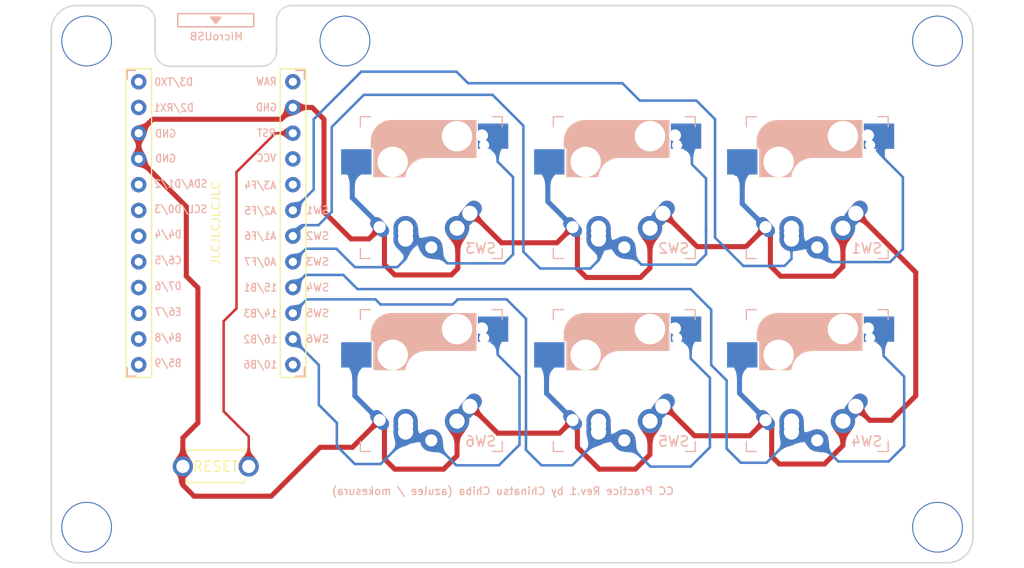
<source format=kicad_pcb>
(kicad_pcb (version 20171130) (host pcbnew "(5.1.10)-1")
  (layers (0 F.Cu signal) (31 B.Cu signal) (34 B.Paste user) (35 F.Paste user) (36 B.SilkS user) (37 F.SilkS user) (38 B.Mask user) (39 F.Mask user) (44 Edge.Cuts user))
  (net 0 "")
  (net 1 VCC)
  (net 2 GND)
  (net 3 Reset)
  (net 4 "Net-(U1-Pad12)")
  (net 5 "Net-(U1-Pad20)")
  (net 6 "Net-(U1-Pad24)")
  (net 7 "Net-(U1-Pad1)")
  (net 8 "Net-(U1-Pad2)")
  (net 9 "Net-(U1-Pad13)")
  (net 10 SW1)
  (net 11 SW2)
  (net 12 SW3)
  (net 13 SW4)
  (net 14 SW5)
  (net 15 SW6)
  (net 16 "Net-(U1-Pad5)")
  (net 17 "Net-(U1-Pad6)")
  (net 18 "Net-(U1-Pad11)")
  (net 19 "Net-(U1-Pad10)")
  (net 20 "Net-(U1-Pad9)")
  (net 21 "Net-(U1-Pad8)")
  (net 22 "Net-(U1-Pad7)")
  (module kbd:thread_m2 (layer F.Cu) (at 63 69.5)
    (fp_text reference S_cover2 hide)
    (fp_text value Screw_Terminal_01x01 hide)
    (pad "" np_thru_hole circle (at 0 0) (size 2.2 2.2) (drill 2.2) (layers *.Cu *.Mask))
  )
  (module kbd:thread_m2 (layer F.Cu) (at 49.5 69.5)
    (fp_text reference S_cover1 hide)
    (fp_text value Screw_Terminal_01x01 hide)
    (pad "" np_thru_hole circle (at 0 0) (size 2.2 2.2) (drill 2.2) (layers *.Cu *.Mask))
  )
  (module kbd:HOLE (layer F.Cu) (at 69 33.5)
    (fp_text reference S5)
    (fp_text value Screw_Terminal_01x01)
    (pad "" np_thru_hole circle (at 0 0) (size 5 5) (drill 4.8) (layers *.Cu *.Mask))
  )
  (module kbd:HOLE (layer F.Cu) (at 127.5 81.5)
    (fp_text reference S4)
    (fp_text value Screw_Terminal_01x01)
    (pad "" np_thru_hole circle (at 0 0) (size 5 5) (drill 4.8) (layers *.Cu *.Mask))
  )
  (module kbd:HOLE (layer F.Cu) (at 43.5 81.5)
    (fp_text reference S3)
    (fp_text value Screw_Terminal_01x01)
    (pad "" np_thru_hole circle (at 0 0) (size 5 5) (drill 4.8) (layers *.Cu *.Mask))
  )
  (module kbd:HOLE (layer F.Cu) (at 127.5 33.5)
    (fp_text reference S2)
    (fp_text value Screw_Terminal_01x01)
    (pad "" np_thru_hole circle (at 0 0) (size 5 5) (drill 4.8) (layers *.Cu *.Mask))
  )
  (module kbd:HOLE (layer F.Cu) (at 43.5 33.5)
    (fp_text reference S1)
    (fp_text value Screw_Terminal_01x01)
    (pad "" np_thru_hole circle (at 0 0) (size 5 5) (drill 4.8) (layers *.Cu *.Mask))
  )
  (module kbd:ResetSW_1side (layer F.Cu) (at 56.25 75.5)
    (fp_text reference RSW1 hide)
    (fp_text value SW_Push)
    (fp_text user RESET (at 0 0) (layer F.SilkS))
    (pad 2 thru_hole circle (at -3.25 0) (size 2 2) (drill 1.3) (layers *.Cu *.Mask) (net 2 GND))
    (pad 1 thru_hole circle (at 3.25 0) (size 2 2) (drill 1.3) (layers *.Cu *.Mask) (net 3 Reset))
  )
  (module kbd:ProMicro_v3 (layer B.Cu) (at 56.25 52 180)
    (fp_text reference U1 hide)
    (fp_text value ProMicro_r hide)
    (fp_text user RAW (at -4.995 14.5 unlocked) (layer B.SilkS) (effects (font (size 0.75 0.67) (thickness 0.125)) (justify mirror)))
    (fp_text user GND (at -4.995 11.95 unlocked) (layer B.SilkS) (effects (font (size 0.75 0.67) (thickness 0.125)) (justify mirror)))
    (fp_text user RST (at -4.995 9.4 unlocked) (layer B.SilkS) (effects (font (size 0.75 0.67) (thickness 0.125)) (justify mirror)))
    (fp_text user VCC (at -4.995 6.95 unlocked) (layer B.SilkS) (effects (font (size 0.75 0.67) (thickness 0.125)) (justify mirror)))
    (fp_text user A3/F4 (at -4.395 4.25 unlocked) (layer B.SilkS) (effects (font (size 0.75 0.67) (thickness 0.125)) (justify mirror)))
    (fp_text user A2/F5 (at -4.395 1.75 unlocked) (layer B.SilkS) (effects (font (size 0.75 0.67) (thickness 0.125)) (justify mirror)))
    (fp_text user A1/F6 (at -4.395 -0.75 unlocked) (layer B.SilkS) (effects (font (size 0.75 0.67) (thickness 0.125)) (justify mirror)))
    (fp_text user A0/F7 (at -4.395 -3.3 unlocked) (layer B.SilkS) (effects (font (size 0.75 0.67) (thickness 0.125)) (justify mirror)))
    (fp_text user 15/B1 (at -4.395 -5.85 unlocked) (layer B.SilkS) (effects (font (size 0.75 0.67) (thickness 0.125)) (justify mirror)))
    (fp_text user 14/B3 (at -4.395 -8.4 unlocked) (layer B.SilkS) (effects (font (size 0.75 0.67) (thickness 0.125)) (justify mirror)))
    (fp_text user 10/B6 (at -4.395 -13.45 unlocked) (layer B.SilkS) (effects (font (size 0.75 0.67) (thickness 0.125)) (justify mirror)))
    (fp_text user 16/B2 (at -4.395 -10.95 unlocked) (layer B.SilkS) (effects (font (size 0.75 0.67) (thickness 0.125)) (justify mirror)))
    (fp_text user E6/7 (at 4.705 -8.25 unlocked) (layer B.SilkS) (effects (font (size 0.75 0.67) (thickness 0.125)) (justify mirror)))
    (fp_text user D7/6 (at 4.705 -5.7 unlocked) (layer B.SilkS) (effects (font (size 0.75 0.67) (thickness 0.125)) (justify mirror)))
    (fp_text user GND (at 4.955 9.35 unlocked) (layer B.SilkS) (effects (font (size 0.75 0.67) (thickness 0.125)) (justify mirror)))
    (fp_text user GND (at 4.955 6.9 unlocked) (layer B.SilkS) (effects (font (size 0.75 0.67) (thickness 0.125)) (justify mirror)))
    (fp_text user D3/TX0 (at 4.155 14.45 unlocked) (layer B.SilkS) (effects (font (size 0.75 0.67) (thickness 0.125)) (justify mirror)))
    (fp_text user D4/4 (at 4.705 -0.6 unlocked) (layer B.SilkS) (effects (font (size 0.75 0.67) (thickness 0.125)) (justify mirror)))
    (fp_text user SDA/D1/2 (at 3.455 4.4 unlocked) (layer B.SilkS) (effects (font (size 0.75 0.67) (thickness 0.125)) (justify mirror)))
    (fp_text user SCL/D0/3 (at 3.455 1.9 unlocked) (layer B.SilkS) (effects (font (size 0.75 0.67) (thickness 0.125)) (justify mirror)))
    (fp_text user C6/5 (at 4.705 -3.15 unlocked) (layer B.SilkS) (effects (font (size 0.75 0.67) (thickness 0.125)) (justify mirror)))
    (fp_text user B5/9 (at 4.705 -13.3 unlocked) (layer B.SilkS) (effects (font (size 0.75 0.67) (thickness 0.125)) (justify mirror)))
    (fp_text user D2/RX1 (at 4.155 11.9 unlocked) (layer B.SilkS) (effects (font (size 0.75 0.67) (thickness 0.125)) (justify mirror)))
    (fp_text user B4/8 (at 4.705 -10.8 unlocked) (layer B.SilkS) (effects (font (size 0.75 0.67) (thickness 0.125)) (justify mirror)))
    (fp_text user MicroUSB (at -0.05 18.95) (layer B.SilkS) (effects (font (size 0.75 0.75) (thickness 0.12)) (justify mirror)))
    (pad 24 thru_hole circle (at -7.6086 14.478 180) (size 1.524 1.524) (drill 0.8128) (layers *.Cu *.Mask) (net 6 "Net-(U1-Pad24)"))
    (pad 23 thru_hole circle (at -7.6086 11.938 180) (size 1.524 1.524) (drill 0.8128) (layers *.Cu *.Mask) (net 2 GND))
    (pad 22 thru_hole circle (at -7.6086 9.398 180) (size 1.524 1.524) (drill 0.8128) (layers *.Cu *.Mask) (net 3 Reset))
    (pad 21 thru_hole circle (at -7.6086 6.858 180) (size 1.524 1.524) (drill 0.8128) (layers *.Cu *.Mask) (net 1 VCC))
    (pad 20 thru_hole circle (at -7.6086 4.318 180) (size 1.524 1.524) (drill 0.8128) (layers *.Cu *.Mask) (net 5 "Net-(U1-Pad20)"))
    (pad 19 thru_hole circle (at -7.6086 1.778 180) (size 1.524 1.524) (drill 0.8128) (layers *.Cu *.Mask) (net 10 SW1))
    (pad 18 thru_hole circle (at -7.6086 -0.762 180) (size 1.524 1.524) (drill 0.8128) (layers *.Cu *.Mask) (net 11 SW2))
    (pad 17 thru_hole circle (at -7.6086 -3.302 180) (size 1.524 1.524) (drill 0.8128) (layers *.Cu *.Mask) (net 12 SW3))
    (pad 16 thru_hole circle (at -7.6086 -5.842 180) (size 1.524 1.524) (drill 0.8128) (layers *.Cu *.Mask) (net 13 SW4))
    (pad 15 thru_hole circle (at -7.6086 -8.382 180) (size 1.524 1.524) (drill 0.8128) (layers *.Cu *.Mask) (net 14 SW5))
    (pad 14 thru_hole circle (at -7.6086 -10.922 180) (size 1.524 1.524) (drill 0.8128) (layers *.Cu *.Mask) (net 15 SW6))
    (pad 13 thru_hole circle (at -7.6086 -13.462 180) (size 1.524 1.524) (drill 0.8128) (layers *.Cu *.Mask) (net 9 "Net-(U1-Pad13)"))
    (pad 12 thru_hole circle (at 7.6114 -13.462 180) (size 1.524 1.524) (drill 0.8128) (layers *.Cu *.Mask) (net 4 "Net-(U1-Pad12)"))
    (pad 11 thru_hole circle (at 7.6114 -10.922 180) (size 1.524 1.524) (drill 0.8128) (layers *.Cu *.Mask) (net 18 "Net-(U1-Pad11)"))
    (pad 10 thru_hole circle (at 7.6114 -8.382 180) (size 1.524 1.524) (drill 0.8128) (layers *.Cu *.Mask) (net 19 "Net-(U1-Pad10)"))
    (pad 9 thru_hole circle (at 7.6114 -5.842 180) (size 1.524 1.524) (drill 0.8128) (layers *.Cu *.Mask) (net 20 "Net-(U1-Pad9)"))
    (pad 8 thru_hole circle (at 7.6114 -3.302 180) (size 1.524 1.524) (drill 0.8128) (layers *.Cu *.Mask) (net 21 "Net-(U1-Pad8)"))
    (pad 7 thru_hole circle (at 7.6114 -0.762 180) (size 1.524 1.524) (drill 0.8128) (layers *.Cu *.Mask) (net 22 "Net-(U1-Pad7)"))
    (pad 6 thru_hole circle (at 7.6114 1.778 180) (size 1.524 1.524) (drill 0.8128) (layers *.Cu *.Mask) (net 17 "Net-(U1-Pad6)"))
    (pad 5 thru_hole circle (at 7.6114 4.318 180) (size 1.524 1.524) (drill 0.8128) (layers *.Cu *.Mask) (net 16 "Net-(U1-Pad5)"))
    (pad 4 thru_hole circle (at 7.6114 6.858 180) (size 1.524 1.524) (drill 0.8128) (layers *.Cu *.Mask) (net 2 GND))
    (pad 3 thru_hole circle (at 7.6114 9.398 180) (size 1.524 1.524) (drill 0.8128) (layers *.Cu *.Mask) (net 2 GND))
    (pad 2 thru_hole circle (at 7.6114 11.938 180) (size 1.524 1.524) (drill 0.8128) (layers *.Cu *.Mask) (net 8 "Net-(U1-Pad2)"))
    (pad 1 thru_hole circle (at 7.6114 14.478 180) (size 1.524 1.524) (drill 0.8128) (layers *.Cu *.Mask) (net 7 "Net-(U1-Pad1)"))
  )
  (module mokesura-keyboard:MX-MHeight-Hotswap_Choc12_Alps_v2 (layer F.Cu) (at 115.625 47.975)
    (fp_text reference SW1 (at 6.5 6) (layer B.SilkS) (effects (justify left mirror)))
    (fp_text value SW_PUSH hide)
    (pad 2 thru_hole circle (at 0 5.9 270) (size 2.2 2.2) (drill 1.2) (layers *.Cu *.Mask) (net 10 SW1))
    (pad "" np_thru_hole circle (at 4.5 0) (size 1.68 1.68) (drill 1.68) (layers *.Cu *.Mask))
    (pad "" np_thru_hole circle (at -4.5 0) (size 1.68 1.68) (drill 1.68) (layers *.Cu *.Mask))
    (pad 1 smd rect (at -7.4 -2.54 180) (size 3 2.5) (layers B.Cu B.Paste B.Mask) (net 2 GND))
    (pad "" np_thru_hole circle (at 0 0 90) (size 4.9 4.9) (drill 4.9) (layers *.Cu *.Mask))
    (pad "" np_thru_hole circle (at -5.5 0 90) (size 1.9 1.9) (drill 1.9) (layers *.Cu *.Mask))
    (pad "" np_thru_hole circle (at 5.5 0 90) (size 1.9 1.9) (drill 1.9) (layers *.Cu *.Mask))
    (pad "" np_thru_hole circle (at 5.08 0) (size 1.68 1.68) (drill 1.68) (layers *.Cu *.Mask))
    (pad "" np_thru_hole circle (at -5.08 0) (size 1.68 1.68) (drill 1.68) (layers *.Cu *.Mask))
    (pad 2 smd rect (at 6.1 -5.08 180) (size 3 2.5) (layers B.Cu B.Paste B.Mask) (net 10 SW1))
    (pad 1 thru_hole oval (at 3.81 2.54 230) (size 2.8 1.55) (drill 1.5) (layers *.Cu *.Mask) (net 2 GND))
    (pad "" np_thru_hole circle (at 5 -5.15 180) (size 1.2 1.2) (drill 1.2) (layers *.Cu *.Mask))
    (pad 2 thru_hole circle (at -2.54 4.5 180) (size 2.4 2.4) (drill 1.5) (layers *.Cu *.Mask) (net 10 SW1))
    (pad 2 thru_hole circle (at -2.54 5.08 180) (size 2.4 2.4) (drill 1.5) (layers *.Cu *.Mask) (net 10 SW1))
    (pad "" np_thru_hole circle (at 5.22 -4.2 180) (size 1 1) (drill 1) (layers *.Cu *.Mask))
    (pad 2 thru_hole circle (at -2.54 4 180) (size 2.4 2.4) (drill 1.5) (layers *.Cu *.Mask) (net 10 SW1))
    (pad 1 thru_hole oval (at -5.1 3.9 130) (size 2.2 1.25) (drill 1.2) (layers *.Cu *.Mask) (net 2 GND))
    (pad 1 thru_hole circle (at 2.54 4 180) (size 2.4 2.4) (drill 1.5) (layers *.Cu *.Mask) (net 2 GND))
    (pad "" np_thru_hole circle (at -3.81 -2.54) (size 3 3) (drill 3) (layers *.Cu *.Mask))
    (pad "" np_thru_hole circle (at 2.54 -5.08) (size 3 3) (drill 3) (layers *.Cu *.Mask))
  )
  (module mokesura-keyboard:MX-MHeight-Hotswap_Choc12_Alps_v2 (layer F.Cu) (at 96.575 47.975)
    (fp_text reference SW2 (at 6.5 6) (layer B.SilkS) (effects (justify left mirror)))
    (fp_text value SW_PUSH hide)
    (pad 2 thru_hole circle (at 0 5.9 270) (size 2.2 2.2) (drill 1.2) (layers *.Cu *.Mask) (net 11 SW2))
    (pad "" np_thru_hole circle (at 4.5 0) (size 1.68 1.68) (drill 1.68) (layers *.Cu *.Mask))
    (pad "" np_thru_hole circle (at -4.5 0) (size 1.68 1.68) (drill 1.68) (layers *.Cu *.Mask))
    (pad 1 smd rect (at -7.4 -2.54 180) (size 3 2.5) (layers B.Cu B.Paste B.Mask) (net 2 GND))
    (pad "" np_thru_hole circle (at 0 0 90) (size 4.9 4.9) (drill 4.9) (layers *.Cu *.Mask))
    (pad "" np_thru_hole circle (at -5.5 0 90) (size 1.9 1.9) (drill 1.9) (layers *.Cu *.Mask))
    (pad "" np_thru_hole circle (at 5.5 0 90) (size 1.9 1.9) (drill 1.9) (layers *.Cu *.Mask))
    (pad "" np_thru_hole circle (at 5.08 0) (size 1.68 1.68) (drill 1.68) (layers *.Cu *.Mask))
    (pad "" np_thru_hole circle (at -5.08 0) (size 1.68 1.68) (drill 1.68) (layers *.Cu *.Mask))
    (pad 2 smd rect (at 6.1 -5.08 180) (size 3 2.5) (layers B.Cu B.Paste B.Mask) (net 11 SW2))
    (pad 1 thru_hole oval (at 3.81 2.54 230) (size 2.8 1.55) (drill 1.5) (layers *.Cu *.Mask) (net 2 GND))
    (pad "" np_thru_hole circle (at 5 -5.15 180) (size 1.2 1.2) (drill 1.2) (layers *.Cu *.Mask))
    (pad 2 thru_hole circle (at -2.54 4.5 180) (size 2.4 2.4) (drill 1.5) (layers *.Cu *.Mask) (net 11 SW2))
    (pad 2 thru_hole circle (at -2.54 5.08 180) (size 2.4 2.4) (drill 1.5) (layers *.Cu *.Mask) (net 11 SW2))
    (pad "" np_thru_hole circle (at 5.22 -4.2 180) (size 1 1) (drill 1) (layers *.Cu *.Mask))
    (pad 2 thru_hole circle (at -2.54 4 180) (size 2.4 2.4) (drill 1.5) (layers *.Cu *.Mask) (net 11 SW2))
    (pad 1 thru_hole oval (at -5.1 3.9 130) (size 2.2 1.25) (drill 1.2) (layers *.Cu *.Mask) (net 2 GND))
    (pad 1 thru_hole circle (at 2.54 4 180) (size 2.4 2.4) (drill 1.5) (layers *.Cu *.Mask) (net 2 GND))
    (pad "" np_thru_hole circle (at -3.81 -2.54) (size 3 3) (drill 3) (layers *.Cu *.Mask))
    (pad "" np_thru_hole circle (at 2.54 -5.08) (size 3 3) (drill 3) (layers *.Cu *.Mask))
  )
  (module mokesura-keyboard:MX-MHeight-Hotswap_Choc12_Alps_v2 (layer F.Cu) (at 77.525 47.975)
    (fp_text reference SW3 (at 6.5 6) (layer B.SilkS) (effects (justify left mirror)))
    (fp_text value SW_PUSH hide)
    (pad 2 thru_hole circle (at 0 5.9 270) (size 2.2 2.2) (drill 1.2) (layers *.Cu *.Mask) (net 12 SW3))
    (pad "" np_thru_hole circle (at 4.5 0) (size 1.68 1.68) (drill 1.68) (layers *.Cu *.Mask))
    (pad "" np_thru_hole circle (at -4.5 0) (size 1.68 1.68) (drill 1.68) (layers *.Cu *.Mask))
    (pad 1 smd rect (at -7.4 -2.54 180) (size 3 2.5) (layers B.Cu B.Paste B.Mask) (net 2 GND))
    (pad "" np_thru_hole circle (at 0 0 90) (size 4.9 4.9) (drill 4.9) (layers *.Cu *.Mask))
    (pad "" np_thru_hole circle (at -5.5 0 90) (size 1.9 1.9) (drill 1.9) (layers *.Cu *.Mask))
    (pad "" np_thru_hole circle (at 5.5 0 90) (size 1.9 1.9) (drill 1.9) (layers *.Cu *.Mask))
    (pad "" np_thru_hole circle (at 5.08 0) (size 1.68 1.68) (drill 1.68) (layers *.Cu *.Mask))
    (pad "" np_thru_hole circle (at -5.08 0) (size 1.68 1.68) (drill 1.68) (layers *.Cu *.Mask))
    (pad 2 smd rect (at 6.1 -5.08 180) (size 3 2.5) (layers B.Cu B.Paste B.Mask) (net 12 SW3))
    (pad 1 thru_hole oval (at 3.81 2.54 230) (size 2.8 1.55) (drill 1.5) (layers *.Cu *.Mask) (net 2 GND))
    (pad "" np_thru_hole circle (at 5 -5.15 180) (size 1.2 1.2) (drill 1.2) (layers *.Cu *.Mask))
    (pad 2 thru_hole circle (at -2.54 4.5 180) (size 2.4 2.4) (drill 1.5) (layers *.Cu *.Mask) (net 12 SW3))
    (pad 2 thru_hole circle (at -2.54 5.08 180) (size 2.4 2.4) (drill 1.5) (layers *.Cu *.Mask) (net 12 SW3))
    (pad "" np_thru_hole circle (at 5.22 -4.2 180) (size 1 1) (drill 1) (layers *.Cu *.Mask))
    (pad 2 thru_hole circle (at -2.54 4 180) (size 2.4 2.4) (drill 1.5) (layers *.Cu *.Mask) (net 12 SW3))
    (pad 1 thru_hole oval (at -5.1 3.9 130) (size 2.2 1.25) (drill 1.2) (layers *.Cu *.Mask) (net 2 GND))
    (pad 1 thru_hole circle (at 2.54 4 180) (size 2.4 2.4) (drill 1.5) (layers *.Cu *.Mask) (net 2 GND))
    (pad "" np_thru_hole circle (at -3.81 -2.54) (size 3 3) (drill 3) (layers *.Cu *.Mask))
    (pad "" np_thru_hole circle (at 2.54 -5.08) (size 3 3) (drill 3) (layers *.Cu *.Mask))
  )
  (module mokesura-keyboard:MX-MHeight-Hotswap_Choc12_Alps_v2 (layer F.Cu) (at 115.625 67.025)
    (fp_text reference SW4 (at 6.5 6) (layer B.SilkS) (effects (justify left mirror)))
    (fp_text value SW_PUSH hide)
    (pad 2 thru_hole circle (at 0 5.9 270) (size 2.2 2.2) (drill 1.2) (layers *.Cu *.Mask) (net 13 SW4))
    (pad "" np_thru_hole circle (at 4.5 0) (size 1.68 1.68) (drill 1.68) (layers *.Cu *.Mask))
    (pad "" np_thru_hole circle (at -4.5 0) (size 1.68 1.68) (drill 1.68) (layers *.Cu *.Mask))
    (pad 1 smd rect (at -7.4 -2.54 180) (size 3 2.5) (layers B.Cu B.Paste B.Mask) (net 2 GND))
    (pad "" np_thru_hole circle (at 0 0 90) (size 4.9 4.9) (drill 4.9) (layers *.Cu *.Mask))
    (pad "" np_thru_hole circle (at -5.5 0 90) (size 1.9 1.9) (drill 1.9) (layers *.Cu *.Mask))
    (pad "" np_thru_hole circle (at 5.5 0 90) (size 1.9 1.9) (drill 1.9) (layers *.Cu *.Mask))
    (pad "" np_thru_hole circle (at 5.08 0) (size 1.68 1.68) (drill 1.68) (layers *.Cu *.Mask))
    (pad "" np_thru_hole circle (at -5.08 0) (size 1.68 1.68) (drill 1.68) (layers *.Cu *.Mask))
    (pad 2 smd rect (at 6.1 -5.08 180) (size 3 2.5) (layers B.Cu B.Paste B.Mask) (net 13 SW4))
    (pad 1 thru_hole oval (at 3.81 2.54 230) (size 2.8 1.55) (drill 1.5) (layers *.Cu *.Mask) (net 2 GND))
    (pad "" np_thru_hole circle (at 5 -5.15 180) (size 1.2 1.2) (drill 1.2) (layers *.Cu *.Mask))
    (pad 2 thru_hole circle (at -2.54 4.5 180) (size 2.4 2.4) (drill 1.5) (layers *.Cu *.Mask) (net 13 SW4))
    (pad 2 thru_hole circle (at -2.54 5.08 180) (size 2.4 2.4) (drill 1.5) (layers *.Cu *.Mask) (net 13 SW4))
    (pad "" np_thru_hole circle (at 5.22 -4.2 180) (size 1 1) (drill 1) (layers *.Cu *.Mask))
    (pad 2 thru_hole circle (at -2.54 4 180) (size 2.4 2.4) (drill 1.5) (layers *.Cu *.Mask) (net 13 SW4))
    (pad 1 thru_hole oval (at -5.1 3.9 130) (size 2.2 1.25) (drill 1.2) (layers *.Cu *.Mask) (net 2 GND))
    (pad 1 thru_hole circle (at 2.54 4 180) (size 2.4 2.4) (drill 1.5) (layers *.Cu *.Mask) (net 2 GND))
    (pad "" np_thru_hole circle (at -3.81 -2.54) (size 3 3) (drill 3) (layers *.Cu *.Mask))
    (pad "" np_thru_hole circle (at 2.54 -5.08) (size 3 3) (drill 3) (layers *.Cu *.Mask))
  )
  (module mokesura-keyboard:MX-MHeight-Hotswap_Choc12_Alps_v2 (layer F.Cu) (at 96.575 67.025)
    (fp_text reference SW5 (at 6.5 6) (layer B.SilkS) (effects (justify left mirror)))
    (fp_text value SW_PUSH hide)
    (pad 2 thru_hole circle (at 0 5.9 270) (size 2.2 2.2) (drill 1.2) (layers *.Cu *.Mask) (net 14 SW5))
    (pad "" np_thru_hole circle (at 4.5 0) (size 1.68 1.68) (drill 1.68) (layers *.Cu *.Mask))
    (pad "" np_thru_hole circle (at -4.5 0) (size 1.68 1.68) (drill 1.68) (layers *.Cu *.Mask))
    (pad 1 smd rect (at -7.4 -2.54 180) (size 3 2.5) (layers B.Cu B.Paste B.Mask) (net 2 GND))
    (pad "" np_thru_hole circle (at 0 0 90) (size 4.9 4.9) (drill 4.9) (layers *.Cu *.Mask))
    (pad "" np_thru_hole circle (at -5.5 0 90) (size 1.9 1.9) (drill 1.9) (layers *.Cu *.Mask))
    (pad "" np_thru_hole circle (at 5.5 0 90) (size 1.9 1.9) (drill 1.9) (layers *.Cu *.Mask))
    (pad "" np_thru_hole circle (at 5.08 0) (size 1.68 1.68) (drill 1.68) (layers *.Cu *.Mask))
    (pad "" np_thru_hole circle (at -5.08 0) (size 1.68 1.68) (drill 1.68) (layers *.Cu *.Mask))
    (pad 2 smd rect (at 6.1 -5.08 180) (size 3 2.5) (layers B.Cu B.Paste B.Mask) (net 14 SW5))
    (pad 1 thru_hole oval (at 3.81 2.54 230) (size 2.8 1.55) (drill 1.5) (layers *.Cu *.Mask) (net 2 GND))
    (pad "" np_thru_hole circle (at 5 -5.15 180) (size 1.2 1.2) (drill 1.2) (layers *.Cu *.Mask))
    (pad 2 thru_hole circle (at -2.54 4.5 180) (size 2.4 2.4) (drill 1.5) (layers *.Cu *.Mask) (net 14 SW5))
    (pad 2 thru_hole circle (at -2.54 5.08 180) (size 2.4 2.4) (drill 1.5) (layers *.Cu *.Mask) (net 14 SW5))
    (pad "" np_thru_hole circle (at 5.22 -4.2 180) (size 1 1) (drill 1) (layers *.Cu *.Mask))
    (pad 2 thru_hole circle (at -2.54 4 180) (size 2.4 2.4) (drill 1.5) (layers *.Cu *.Mask) (net 14 SW5))
    (pad 1 thru_hole oval (at -5.1 3.9 130) (size 2.2 1.25) (drill 1.2) (layers *.Cu *.Mask) (net 2 GND))
    (pad 1 thru_hole circle (at 2.54 4 180) (size 2.4 2.4) (drill 1.5) (layers *.Cu *.Mask) (net 2 GND))
    (pad "" np_thru_hole circle (at -3.81 -2.54) (size 3 3) (drill 3) (layers *.Cu *.Mask))
    (pad "" np_thru_hole circle (at 2.54 -5.08) (size 3 3) (drill 3) (layers *.Cu *.Mask))
  )
  (module mokesura-keyboard:MX-MHeight-Hotswap_Choc12_Alps_v2 (layer F.Cu) (at 77.525 67.025)
    (fp_text reference SW6 (at 6.5 6) (layer B.SilkS) (effects (justify left mirror)))
    (fp_text value SW_PUSH hide)
    (pad 2 thru_hole circle (at 0 5.9 270) (size 2.2 2.2) (drill 1.2) (layers *.Cu *.Mask) (net 15 SW6))
    (pad "" np_thru_hole circle (at 4.5 0) (size 1.68 1.68) (drill 1.68) (layers *.Cu *.Mask))
    (pad "" np_thru_hole circle (at -4.5 0) (size 1.68 1.68) (drill 1.68) (layers *.Cu *.Mask))
    (pad 1 smd rect (at -7.4 -2.54 180) (size 3 2.5) (layers B.Cu B.Paste B.Mask) (net 2 GND))
    (pad "" np_thru_hole circle (at 0 0 90) (size 4.9 4.9) (drill 4.9) (layers *.Cu *.Mask))
    (pad "" np_thru_hole circle (at -5.5 0 90) (size 1.9 1.9) (drill 1.9) (layers *.Cu *.Mask))
    (pad "" np_thru_hole circle (at 5.5 0 90) (size 1.9 1.9) (drill 1.9) (layers *.Cu *.Mask))
    (pad "" np_thru_hole circle (at 5.08 0) (size 1.68 1.68) (drill 1.68) (layers *.Cu *.Mask))
    (pad "" np_thru_hole circle (at -5.08 0) (size 1.68 1.68) (drill 1.68) (layers *.Cu *.Mask))
    (pad 2 smd rect (at 6.1 -5.08 180) (size 3 2.5) (layers B.Cu B.Paste B.Mask) (net 15 SW6))
    (pad 1 thru_hole oval (at 3.81 2.54 230) (size 2.8 1.55) (drill 1.5) (layers *.Cu *.Mask) (net 2 GND))
    (pad "" np_thru_hole circle (at 5 -5.15 180) (size 1.2 1.2) (drill 1.2) (layers *.Cu *.Mask))
    (pad 2 thru_hole circle (at -2.54 4.5 180) (size 2.4 2.4) (drill 1.5) (layers *.Cu *.Mask) (net 15 SW6))
    (pad 2 thru_hole circle (at -2.54 5.08 180) (size 2.4 2.4) (drill 1.5) (layers *.Cu *.Mask) (net 15 SW6))
    (pad "" np_thru_hole circle (at 5.22 -4.2 180) (size 1 1) (drill 1) (layers *.Cu *.Mask))
    (pad 2 thru_hole circle (at -2.54 4 180) (size 2.4 2.4) (drill 1.5) (layers *.Cu *.Mask) (net 15 SW6))
    (pad 1 thru_hole oval (at -5.1 3.9 130) (size 2.2 1.25) (drill 1.2) (layers *.Cu *.Mask) (net 2 GND))
    (pad 1 thru_hole circle (at 2.54 4 180) (size 2.4 2.4) (drill 1.5) (layers *.Cu *.Mask) (net 2 GND))
    (pad "" np_thru_hole circle (at -3.81 -2.54) (size 3 3) (drill 3) (layers *.Cu *.Mask))
    (pad "" np_thru_hole circle (at 2.54 -5.08) (size 3 3) (drill 3) (layers *.Cu *.Mask))
  )
  (gr_text "CC Practice Rev.1 by Chinatsu Chiba (azulee / mokesura)\n" (at 84.584 77.929) (layer B.SilkS) (effects (font (size 0.75 0.75) (thickness 0.125)) (justify mirror)))
  (gr_text JLCJLCJLCJLC (at 56.25 51.5 90) (layer F.SilkS) (effects (font (size 0.8 0.8) (thickness 0.125))))
  (gr_text SW6 (at 66.293 62.91) (layer B.SilkS) (effects (font (size 0.75 0.75) (thickness 0.125)) (justify mirror)))
  (gr_text SW5 (at 66.293 60.37) (layer B.SilkS) (effects (font (size 0.75 0.75) (thickness 0.125)) (justify mirror)))
  (gr_text SW4 (at 66.293 57.83) (layer B.SilkS) (effects (font (size 0.75 0.75) (thickness 0.125)) (justify mirror)))
  (gr_text SW3 (at 66.293 55.29) (layer B.SilkS) (effects (font (size 0.75 0.75) (thickness 0.125)) (justify mirror)))
  (gr_text SW2 (at 66.293 52.75) (layer B.SilkS) (effects (font (size 0.75 0.75) (thickness 0.125)) (justify mirror)))
  (gr_text SW1 (at 66.293 50.21) (layer B.SilkS) (effects (font (size 0.75 0.75) (thickness 0.125)) (justify mirror)))
  (gr_line (start 50.25 31.5) (end 50.25 34.5) (layer Edge.Cuts) (width 0.15))
  (gr_line (start 60.75 36) (end 51.75 36) (layer Edge.Cuts) (width 0.15))
  (gr_line (start 62.25 31.5) (end 62.25 34.5) (layer Edge.Cuts) (width 0.15))
  (gr_arc (start 60.75 34.5) (end 60.75 36) (angle -90) (layer Edge.Cuts) (width 0.15))
  (gr_arc (start 51.75 34.5) (end 50.25 34.5) (angle -90) (layer Edge.Cuts) (width 0.15))
  (gr_arc (start 48.75 31.5) (end 50.25 31.5) (angle -90) (layer Edge.Cuts) (width 0.15))
  (gr_line (start 47.37 66.72) (end 47.37 36.24) (layer F.SilkS) (width 0.12))
  (gr_line (start 49.91 66.72) (end 47.37 66.72) (layer F.SilkS) (width 0.12))
  (gr_line (start 49.91 36.24) (end 49.91 66.72) (layer F.SilkS) (width 0.12))
  (gr_line (start 47.37 36.24) (end 49.91 36.24) (layer F.SilkS) (width 0.12))
  (gr_line (start 62.61 66.72) (end 62.61 36.24) (layer F.SilkS) (width 0.12))
  (gr_line (start 65.15 66.72) (end 62.61 66.72) (layer F.SilkS) (width 0.12))
  (gr_line (start 65.15 36.24) (end 65.15 66.72) (layer F.SilkS) (width 0.12))
  (gr_line (start 62.61 36.24) (end 65.15 36.24) (layer F.SilkS) (width 0.12))
  (gr_arc (start 63.75 31.5) (end 63.75 30) (angle -90) (layer Edge.Cuts) (width 0.15))
  (gr_arc (start 128.5 32.5) (end 131 32.5) (angle -90) (layer Edge.Cuts) (width 0.15))
  (gr_arc (start 128.5 82.5) (end 128.5 85) (angle -90) (layer Edge.Cuts) (width 0.15))
  (gr_arc (start 42.5 82.5) (end 40 82.5) (angle -90) (layer Edge.Cuts) (width 0.15))
  (gr_arc (start 42.5 32.5) (end 42.5 30) (angle -90) (layer Edge.Cuts) (width 0.15))
  (gr_line (start 63.75 30) (end 128.5 30) (layer Edge.Cuts) (width 0.15))
  (gr_line (start 48.75 30) (end 42.5 30) (layer Edge.Cuts) (width 0.15))
  (gr_line (start 40 82.5) (end 40 32.5) (layer Edge.Cuts) (width 0.15))
  (gr_line (start 128.5 85) (end 42.5 85) (layer Edge.Cuts) (width 0.15))
  (gr_line (start 131 32.5) (end 131 82.5) (layer Edge.Cuts) (width 0.15))
  (segment (start 108.225 45.435) (end 108.225 45.906) (width 0.5) (layer B.Cu) (net 2))
  (segment (start 108.225 45.906) (end 107.571 46.56) (width 0.5) (layer B.Cu) (net 2))
  (segment (start 118.165 70.835) (end 119.435 69.565) (width 0.5) (layer F.Cu) (net 2))
  (segment (start 118.165 71.025) (end 118.165 70.835) (width 0.5) (layer F.Cu) (net 2))
  (segment (start 99.115 70.835) (end 100.385 69.565) (width 0.5) (layer F.Cu) (net 2))
  (segment (start 99.115 71.025) (end 99.115 70.835) (width 0.5) (layer F.Cu) (net 2))
  (segment (start 80.065 70.835) (end 81.335 69.565) (width 0.5) (layer F.Cu) (net 2))
  (segment (start 80.065 71.025) (end 80.065 70.835) (width 0.5) (layer F.Cu) (net 2))
  (segment (start 118.165 51.785) (end 119.435 50.515) (width 0.5) (layer F.Cu) (net 2))
  (segment (start 118.165 51.975) (end 118.165 51.785) (width 0.5) (layer F.Cu) (net 2))
  (segment (start 99.115 51.785) (end 100.385 50.515) (width 0.5) (layer F.Cu) (net 2))
  (segment (start 99.115 51.975) (end 99.115 51.785) (width 0.5) (layer F.Cu) (net 2))
  (segment (start 80.065 51.785) (end 81.335 50.515) (width 0.5) (layer F.Cu) (net 2))
  (segment (start 80.065 51.975) (end 80.065 51.785) (width 0.5) (layer F.Cu) (net 2))
  (segment (start 81.335 50.515) (end 81.554 50.515) (width 0.5) (layer F.Cu) (net 2))
  (segment (start 81.554 50.515) (end 84.457 53.418) (width 0.5) (layer F.Cu) (net 2))
  (segment (start 89.932 53.418) (end 91.475 51.875) (width 0.5) (layer F.Cu) (net 2))
  (segment (start 84.457 53.418) (end 89.932 53.418) (width 0.5) (layer F.Cu) (net 2))
  (segment (start 81.335 69.565) (end 81.427 69.565) (width 0.5) (layer F.Cu) (net 2))
  (segment (start 81.427 69.565) (end 84.076 72.214) (width 0.5) (layer F.Cu) (net 2))
  (segment (start 90.186 72.214) (end 91.475 70.925) (width 0.5) (layer F.Cu) (net 2))
  (segment (start 84.076 72.214) (end 90.186 72.214) (width 0.5) (layer F.Cu) (net 2))
  (segment (start 48.6386 42.602) (end 48.6386 45.142) (width 0.5) (layer F.Cu) (net 2))
  (segment (start 108.982 72.468) (end 110.525 70.925) (width 0.5) (layer F.Cu) (net 2))
  (segment (start 100.604 69.565) (end 103.507 72.468) (width 0.5) (layer F.Cu) (net 2))
  (segment (start 100.385 69.565) (end 100.604 69.565) (width 0.5) (layer F.Cu) (net 2))
  (segment (start 48.6386 42.602) (end 48.749 42.602) (width 0.5) (layer F.Cu) (net 2))
  (segment (start 62.6946 41.226) (end 63.8586 40.062) (width 0.5) (layer F.Cu) (net 2))
  (segment (start 50.0146 41.226) (end 62.6946 41.226) (width 0.5) (layer F.Cu) (net 2))
  (segment (start 48.6386 42.602) (end 50.0146 41.226) (width 0.5) (layer F.Cu) (net 2))
  (segment (start 119.435 50.515) (end 119.527 50.515) (width 0.5) (layer F.Cu) (net 2))
  (segment (start 119.527 50.515) (end 125.351 56.339) (width 0.5) (layer F.Cu) (net 2))
  (segment (start 125.351 56.339) (end 125.351 68.531) (width 0.5) (layer F.Cu) (net 2))
  (segment (start 125.351 68.531) (end 122.938 70.944) (width 0.5) (layer F.Cu) (net 2))
  (segment (start 120.814 70.944) (end 119.435 69.565) (width 0.5) (layer F.Cu) (net 2))
  (segment (start 122.938 70.944) (end 120.814 70.944) (width 0.5) (layer F.Cu) (net 2))
  (segment (start 108.225 49.5635) (end 108.225 45.435) (width 0.5) (layer B.Cu) (net 2))
  (segment (start 110.525 51.8635) (end 108.225 49.5635) (width 0.5) (layer B.Cu) (net 2))
  (segment (start 110.525 51.875) (end 110.525 51.8635) (width 0.5) (layer B.Cu) (net 2))
  (segment (start 89.029 45.581) (end 89.175 45.435) (width 0.5) (layer B.Cu) (net 2))
  (segment (start 91.475 51.8) (end 89.029 49.354) (width 0.5) (layer B.Cu) (net 2))
  (segment (start 89.029 49.354) (end 89.029 45.581) (width 0.5) (layer B.Cu) (net 2))
  (segment (start 91.475 51.875) (end 91.475 51.8) (width 0.5) (layer B.Cu) (net 2))
  (segment (start 107.952 64.758) (end 108.225 64.485) (width 0.5) (layer B.Cu) (net 2))
  (segment (start 107.952 68.277) (end 107.952 64.758) (width 0.5) (layer B.Cu) (net 2))
  (segment (start 110.525 70.85) (end 107.952 68.277) (width 0.5) (layer B.Cu) (net 2))
  (segment (start 110.525 70.925) (end 110.525 70.85) (width 0.5) (layer B.Cu) (net 2))
  (segment (start 88.902 64.758) (end 89.175 64.485) (width 0.5) (layer B.Cu) (net 2))
  (segment (start 88.902 68.277) (end 88.902 64.758) (width 0.5) (layer B.Cu) (net 2))
  (segment (start 91.475 70.85) (end 88.902 68.277) (width 0.5) (layer B.Cu) (net 2))
  (segment (start 91.475 70.925) (end 91.475 70.85) (width 0.5) (layer B.Cu) (net 2))
  (segment (start 69.979 64.631) (end 70.125 64.485) (width 0.5) (layer B.Cu) (net 2))
  (segment (start 72.373 70.925) (end 69.979 68.531) (width 0.5) (layer B.Cu) (net 2))
  (segment (start 69.979 68.531) (end 69.979 64.631) (width 0.5) (layer B.Cu) (net 2))
  (segment (start 72.425 70.925) (end 72.373 70.925) (width 0.5) (layer B.Cu) (net 2))
  (segment (start 69.725 45.835) (end 70.125 45.435) (width 0.5) (layer B.Cu) (net 2))
  (segment (start 69.725 48.973) (end 69.725 45.835) (width 0.5) (layer B.Cu) (net 2))
  (segment (start 72.425 51.673) (end 69.725 48.973) (width 0.5) (layer B.Cu) (net 2))
  (segment (start 72.425 51.875) (end 72.425 51.673) (width 0.5) (layer B.Cu) (net 2))
  (segment (start 108.601 53.799) (end 110.525 51.875) (width 0.5) (layer F.Cu) (net 2))
  (segment (start 103.761 53.799) (end 108.601 53.799) (width 0.5) (layer F.Cu) (net 2))
  (segment (start 100.477 50.515) (end 103.761 53.799) (width 0.5) (layer F.Cu) (net 2))
  (segment (start 100.385 50.515) (end 100.477 50.515) (width 0.5) (layer F.Cu) (net 2))
  (segment (start 69.739 73.611) (end 72.425 70.925) (width 0.5) (layer F.Cu) (net 2))
  (segment (start 66.55 73.611) (end 69.739 73.611) (width 0.5) (layer F.Cu) (net 2))
  (segment (start 61.724 78.437) (end 66.55 73.611) (width 0.5) (layer F.Cu) (net 2))
  (segment (start 54.104 78.437) (end 61.724 78.437) (width 0.5) (layer F.Cu) (net 2))
  (segment (start 53 77.333) (end 54.104 78.437) (width 0.5) (layer F.Cu) (net 2))
  (segment (start 53 75.5) (end 53 77.333) (width 0.5) (layer F.Cu) (net 2))
  (segment (start 103.507 72.468) (end 108.982 72.468) (width 0.5) (layer F.Cu) (net 2))
  (segment (start 72.425 51.988) (end 72.425 51.875) (width 0.5) (layer F.Cu) (net 2))
  (segment (start 71.376 53.037) (end 72.425 51.988) (width 0.5) (layer F.Cu) (net 2))
  (segment (start 69.598 53.037) (end 71.376 53.037) (width 0.5) (layer F.Cu) (net 2))
  (segment (start 66.931 50.37) (end 69.598 53.037) (width 0.5) (layer F.Cu) (net 2))
  (segment (start 66.931 41.226) (end 66.931 50.37) (width 0.5) (layer F.Cu) (net 2))
  (segment (start 65.767 40.062) (end 66.931 41.226) (width 0.5) (layer F.Cu) (net 2))
  (segment (start 63.8586 40.062) (end 65.767 40.062) (width 0.5) (layer F.Cu) (net 2))
  (segment (start 99.115 55.905) (end 99.115 51.975) (width 0.5) (layer F.Cu) (net 2))
  (segment (start 92.839 56.847) (end 98.173 56.847) (width 0.5) (layer F.Cu) (net 2))
  (segment (start 98.173 56.847) (end 99.115 55.905) (width 0.5) (layer F.Cu) (net 2))
  (segment (start 91.95 55.958) (end 92.839 56.847) (width 0.5) (layer F.Cu) (net 2))
  (segment (start 91.95 52.35) (end 91.95 55.958) (width 0.5) (layer F.Cu) (net 2))
  (segment (start 91.475 51.875) (end 91.95 52.35) (width 0.5) (layer F.Cu) (net 2))
  (segment (start 118.165 55.778) (end 118.165 51.975) (width 0.5) (layer F.Cu) (net 2))
  (segment (start 117.223 56.72) (end 118.165 55.778) (width 0.5) (layer F.Cu) (net 2))
  (segment (start 112.016 56.72) (end 117.223 56.72) (width 0.5) (layer F.Cu) (net 2))
  (segment (start 111 55.704) (end 112.016 56.72) (width 0.5) (layer F.Cu) (net 2))
  (segment (start 111 52.35) (end 111 55.704) (width 0.5) (layer F.Cu) (net 2))
  (segment (start 110.525 51.875) (end 111 52.35) (width 0.5) (layer F.Cu) (net 2))
  (segment (start 80.139 52.049) (end 80.065 51.975) (width 0.5) (layer F.Cu) (net 2))
  (segment (start 79.504 56.593) (end 80.139 55.958) (width 0.5) (layer F.Cu) (net 2))
  (segment (start 73.916 56.593) (end 79.504 56.593) (width 0.5) (layer F.Cu) (net 2))
  (segment (start 80.139 55.958) (end 80.139 52.049) (width 0.5) (layer F.Cu) (net 2))
  (segment (start 72.9 55.577) (end 73.916 56.593) (width 0.5) (layer F.Cu) (net 2))
  (segment (start 72.9 52.35) (end 72.9 55.577) (width 0.5) (layer F.Cu) (net 2))
  (segment (start 72.425 51.875) (end 72.9 52.35) (width 0.5) (layer F.Cu) (net 2))
  (segment (start 80.065 74.447) (end 80.065 71.025) (width 0.5) (layer F.Cu) (net 2))
  (segment (start 73.916 75.77) (end 78.742 75.77) (width 0.5) (layer F.Cu) (net 2))
  (segment (start 72.9 74.754) (end 73.916 75.77) (width 0.5) (layer F.Cu) (net 2))
  (segment (start 72.9 71.4) (end 72.9 74.754) (width 0.5) (layer F.Cu) (net 2))
  (segment (start 78.742 75.77) (end 80.065 74.447) (width 0.5) (layer F.Cu) (net 2))
  (segment (start 72.425 70.925) (end 72.9 71.4) (width 0.5) (layer F.Cu) (net 2))
  (segment (start 99.115 74.32) (end 99.115 71.025) (width 0.5) (layer F.Cu) (net 2))
  (segment (start 97.665 75.77) (end 99.115 74.32) (width 0.5) (layer F.Cu) (net 2))
  (segment (start 94.109 75.77) (end 97.665 75.77) (width 0.5) (layer F.Cu) (net 2))
  (segment (start 91.95 73.611) (end 94.109 75.77) (width 0.5) (layer F.Cu) (net 2))
  (segment (start 91.95 71.4) (end 91.95 73.611) (width 0.5) (layer F.Cu) (net 2))
  (segment (start 91.475 70.925) (end 91.95 71.4) (width 0.5) (layer F.Cu) (net 2))
  (segment (start 53 72.683) (end 53 75.5) (width 0.5) (layer F.Cu) (net 2))
  (segment (start 54.485 71.198) (end 53 72.683) (width 0.5) (layer F.Cu) (net 2))
  (segment (start 54.485 57.863) (end 54.485 71.198) (width 0.5) (layer F.Cu) (net 2))
  (segment (start 53.342 56.72) (end 54.485 57.863) (width 0.5) (layer F.Cu) (net 2))
  (segment (start 53.342 49.8454) (end 53.342 56.72) (width 0.5) (layer F.Cu) (net 2))
  (segment (start 48.6386 45.142) (end 53.342 49.8454) (width 0.5) (layer F.Cu) (net 2))
  (segment (start 118.165 73.431) (end 118.165 71.025) (width 0.5) (layer F.Cu) (net 2))
  (segment (start 111.889 75.262) (end 116.334 75.262) (width 0.5) (layer F.Cu) (net 2))
  (segment (start 116.334 75.262) (end 118.165 73.431) (width 0.5) (layer F.Cu) (net 2))
  (segment (start 111.127 74.5) (end 111.889 75.262) (width 0.5) (layer F.Cu) (net 2))
  (segment (start 111.127 71.527) (end 111.127 74.5) (width 0.5) (layer F.Cu) (net 2))
  (segment (start 110.525 70.925) (end 111.127 71.527) (width 0.5) (layer F.Cu) (net 2))
  (segment (start 59.5 72.53) (end 59.5 75.5) (width 0.25) (layer F.Cu) (net 3))
  (segment (start 57.025 61.165) (end 57.025 70.055) (width 0.25) (layer F.Cu) (net 3))
  (segment (start 58.295 59.895) (end 57.025 61.165) (width 0.25) (layer F.Cu) (net 3))
  (segment (start 58.295 46.433) (end 58.295 59.895) (width 0.25) (layer F.Cu) (net 3))
  (segment (start 62.126 42.602) (end 58.295 46.433) (width 0.25) (layer F.Cu) (net 3))
  (segment (start 57.025 70.055) (end 59.5 72.53) (width 0.25) (layer F.Cu) (net 3))
  (segment (start 63.8586 42.602) (end 62.126 42.602) (width 0.25) (layer F.Cu) (net 3))
  (segment (start 113.085 55.016) (end 113.085 51.975) (width 0.25) (layer B.Cu) (net 10))
  (segment (start 112.397 55.704) (end 113.085 55.016) (width 0.25) (layer B.Cu) (net 10))
  (segment (start 108.333 55.704) (end 112.397 55.704) (width 0.25) (layer B.Cu) (net 10))
  (segment (start 105.539 41.226) (end 105.539 52.91) (width 0.25) (layer B.Cu) (net 10))
  (segment (start 105.539 52.91) (end 108.333 55.704) (width 0.25) (layer B.Cu) (net 10))
  (segment (start 65.915 41.226) (end 70.614 36.527) (width 0.25) (layer B.Cu) (net 10))
  (segment (start 70.614 36.527) (end 80.012 36.527) (width 0.25) (layer B.Cu) (net 10))
  (segment (start 80.012 36.527) (end 81.155 37.67) (width 0.25) (layer B.Cu) (net 10))
  (segment (start 96.395 37.67) (end 98.1095 39.3845) (width 0.25) (layer B.Cu) (net 10))
  (segment (start 81.155 37.67) (end 96.395 37.67) (width 0.25) (layer B.Cu) (net 10))
  (segment (start 98.1095 39.3845) (end 103.6975 39.3845) (width 0.25) (layer B.Cu) (net 10))
  (segment (start 103.6975 39.3845) (end 105.539 41.226) (width 0.25) (layer B.Cu) (net 10))
  (segment (start 63.8586 50.222) (end 65.915 48.1656) (width 0.25) (layer B.Cu) (net 10))
  (segment (start 65.915 41.226) (end 65.915 48.1656) (width 0.25) (layer B.Cu) (net 10))
  (segment (start 115.394 53.875) (end 115.625 53.875) (width 0.25) (layer B.Cu) (net 10))
  (segment (start 113.085 51.975) (end 113.494 51.975) (width 0.25) (layer B.Cu) (net 10))
  (segment (start 122.176 43.346) (end 121.725 42.895) (width 0.25) (layer B.Cu) (net 10))
  (segment (start 124.081 46.941) (end 122.176 45.036) (width 0.25) (layer B.Cu) (net 10))
  (segment (start 122.176 45.036) (end 122.176 43.346) (width 0.25) (layer B.Cu) (net 10))
  (segment (start 124.081 54.053) (end 124.081 46.941) (width 0.25) (layer B.Cu) (net 10))
  (segment (start 122.811 55.323) (end 124.081 54.053) (width 0.25) (layer B.Cu) (net 10))
  (segment (start 117.073 55.323) (end 122.811 55.323) (width 0.25) (layer B.Cu) (net 10))
  (segment (start 115.625 53.875) (end 117.073 55.323) (width 0.25) (layer B.Cu) (net 10))
  (segment (start 113.793 51.767) (end 113.085 52.475) (width 0.25) (layer B.Cu) (net 10))
  (segment (start 113.793 53.183) (end 113.793 51.767) (width 0.25) (layer B.Cu) (net 10))
  (segment (start 114.485 53.875) (end 113.793 53.183) (width 0.25) (layer B.Cu) (net 10))
  (segment (start 115.625 53.875) (end 114.485 53.875) (width 0.25) (layer B.Cu) (net 10))
  (segment (start 104.65 52.275) (end 104.65 51.894) (width 0.25) (layer B.Cu) (net 11))
  (segment (start 103.253 45.671) (end 103.253 43.473) (width 0.25) (layer B.Cu) (net 11))
  (segment (start 104.65 47.068) (end 103.253 45.671) (width 0.25) (layer B.Cu) (net 11))
  (segment (start 103.253 43.473) (end 102.675 42.895) (width 0.25) (layer B.Cu) (net 11))
  (segment (start 104.65 51.894) (end 104.65 47.068) (width 0.25) (layer B.Cu) (net 11))
  (segment (start 104.65 54.561) (end 104.65 51.894) (width 0.25) (layer B.Cu) (net 11))
  (segment (start 103.634 55.577) (end 104.65 54.561) (width 0.25) (layer B.Cu) (net 11))
  (segment (start 98.277 55.577) (end 103.634 55.577) (width 0.25) (layer B.Cu) (net 11))
  (segment (start 96.575 53.875) (end 98.277 55.577) (width 0.25) (layer B.Cu) (net 11))
  (segment (start 94.035 55.143) (end 94.035 53.055) (width 0.25) (layer B.Cu) (net 11))
  (segment (start 88.267 55.958) (end 93.22 55.958) (width 0.25) (layer B.Cu) (net 11))
  (segment (start 86.616 41.861) (end 86.616 54.307) (width 0.25) (layer B.Cu) (net 11))
  (segment (start 86.616 54.307) (end 88.267 55.958) (width 0.25) (layer B.Cu) (net 11))
  (segment (start 70.868 38.813) (end 83.568 38.813) (width 0.25) (layer B.Cu) (net 11))
  (segment (start 67.693 41.988) (end 70.868 38.813) (width 0.25) (layer B.Cu) (net 11))
  (segment (start 66.3822 51.6808) (end 67.693 50.37) (width 0.25) (layer B.Cu) (net 11))
  (segment (start 93.22 55.958) (end 94.035 55.143) (width 0.25) (layer B.Cu) (net 11))
  (segment (start 64.9398 51.6808) (end 66.3822 51.6808) (width 0.25) (layer B.Cu) (net 11))
  (segment (start 83.568 38.813) (end 86.616 41.861) (width 0.25) (layer B.Cu) (net 11))
  (segment (start 67.693 50.37) (end 67.693 41.988) (width 0.25) (layer B.Cu) (net 11))
  (segment (start 63.8586 52.762) (end 64.9398 51.6808) (width 0.25) (layer B.Cu) (net 11))
  (segment (start 95.582 53.875) (end 96.575 53.875) (width 0.25) (layer B.Cu) (net 11))
  (segment (start 94.37 52.663) (end 95.582 53.875) (width 0.25) (layer B.Cu) (net 11))
  (segment (start 94.37 51.64) (end 94.37 52.663) (width 0.25) (layer B.Cu) (net 11))
  (segment (start 94.035 51.975) (end 94.37 51.64) (width 0.25) (layer B.Cu) (net 11))
  (segment (start 77.525 53.875) (end 79.1 55.45) (width 0.25) (layer B.Cu) (net 12))
  (segment (start 79.1 55.45) (end 82.298 55.45) (width 0.25) (layer B.Cu) (net 12))
  (segment (start 82.298 55.45) (end 82.425 55.45) (width 0.25) (layer B.Cu) (net 12))
  (segment (start 84.076 43.346) (end 83.625 42.895) (width 0.25) (layer B.Cu) (net 12))
  (segment (start 84.076 45.417) (end 84.076 43.346) (width 0.25) (layer B.Cu) (net 12))
  (segment (start 85.6 46.941) (end 84.076 45.417) (width 0.25) (layer B.Cu) (net 12))
  (segment (start 85.6 54.561) (end 85.6 46.941) (width 0.25) (layer B.Cu) (net 12))
  (segment (start 84.711 55.45) (end 85.6 54.561) (width 0.25) (layer B.Cu) (net 12))
  (segment (start 82.298 55.45) (end 84.711 55.45) (width 0.25) (layer B.Cu) (net 12))
  (segment (start 74.985 55.016) (end 74.985 53.055) (width 0.25) (layer B.Cu) (net 12))
  (segment (start 68.1556 54.0076) (end 69.979 55.831) (width 0.25) (layer B.Cu) (net 12))
  (segment (start 65.153 54.0076) (end 68.1556 54.0076) (width 0.25) (layer B.Cu) (net 12))
  (segment (start 63.8586 55.302) (end 65.153 54.0076) (width 0.25) (layer B.Cu) (net 12))
  (segment (start 69.979 55.831) (end 74.17 55.831) (width 0.25) (layer B.Cu) (net 12))
  (segment (start 75.894 52.475) (end 74.985 52.475) (width 0.25) (layer B.Cu) (net 12))
  (segment (start 77.525 53.875) (end 77.294 53.875) (width 0.25) (layer B.Cu) (net 12))
  (segment (start 75.32 51.64) (end 74.985 51.975) (width 0.25) (layer B.Cu) (net 12))
  (segment (start 75.32 52.409) (end 75.32 51.64) (width 0.25) (layer B.Cu) (net 12))
  (segment (start 77.525 53.875) (end 76.786 53.875) (width 0.25) (layer B.Cu) (net 12))
  (segment (start 74.17 55.831) (end 74.985 55.016) (width 0.25) (layer B.Cu) (net 12))
  (segment (start 76.885 53.875) (end 77.525 53.875) (width 0.25) (layer B.Cu) (net 12))
  (segment (start 74.985 51.975) (end 76.885 53.875) (width 0.25) (layer B.Cu) (net 12))
  (segment (start 113.085 72.669) (end 113.085 71.025) (width 0.25) (layer B.Cu) (net 13))
  (segment (start 106.682 67.007) (end 106.682 73.738) (width 0.25) (layer B.Cu) (net 13))
  (segment (start 105.158 60.022) (end 105.158 65.483) (width 0.25) (layer B.Cu) (net 13))
  (segment (start 106.682 73.738) (end 108.079 75.135) (width 0.25) (layer B.Cu) (net 13))
  (segment (start 103.126 57.99) (end 105.158 60.022) (width 0.25) (layer B.Cu) (net 13))
  (segment (start 105.158 65.483) (end 106.682 67.007) (width 0.25) (layer B.Cu) (net 13))
  (segment (start 70.233 57.99) (end 103.126 57.99) (width 0.25) (layer B.Cu) (net 13))
  (segment (start 65.1076 56.593) (end 68.836 56.593) (width 0.25) (layer B.Cu) (net 13))
  (segment (start 110.619 75.135) (end 113.085 72.669) (width 0.25) (layer B.Cu) (net 13))
  (segment (start 108.079 75.135) (end 110.619 75.135) (width 0.25) (layer B.Cu) (net 13))
  (segment (start 68.836 56.593) (end 70.233 57.99) (width 0.25) (layer B.Cu) (net 13))
  (segment (start 63.8586 57.842) (end 65.1076 56.593) (width 0.25) (layer B.Cu) (net 13))
  (segment (start 122.176 62.396) (end 121.725 61.945) (width 0.25) (layer B.Cu) (net 13))
  (segment (start 122.176 64.594) (end 122.176 62.396) (width 0.25) (layer B.Cu) (net 13))
  (segment (start 124.208 66.626) (end 122.176 64.594) (width 0.25) (layer B.Cu) (net 13))
  (segment (start 124.208 73.484) (end 124.208 66.626) (width 0.25) (layer B.Cu) (net 13))
  (segment (start 122.684 75.008) (end 124.208 73.484) (width 0.25) (layer B.Cu) (net 13))
  (segment (start 117.708 75.008) (end 122.684 75.008) (width 0.25) (layer B.Cu) (net 13))
  (segment (start 115.625 72.925) (end 117.708 75.008) (width 0.25) (layer B.Cu) (net 13))
  (segment (start 114.759 72.925) (end 115.625 72.925) (width 0.25) (layer B.Cu) (net 13))
  (segment (start 113.42 71.586) (end 114.759 72.925) (width 0.25) (layer B.Cu) (net 13))
  (segment (start 113.42 70.69) (end 113.42 71.586) (width 0.25) (layer B.Cu) (net 13))
  (segment (start 113.085 71.025) (end 113.42 70.69) (width 0.25) (layer B.Cu) (net 13))
  (segment (start 94.035 72.796) (end 94.035 72.105) (width 0.25) (layer B.Cu) (net 14))
  (segment (start 91.442 75.389) (end 94.035 72.796) (width 0.25) (layer B.Cu) (net 14))
  (segment (start 88.394 75.389) (end 91.442 75.389) (width 0.25) (layer B.Cu) (net 14))
  (segment (start 86.87 73.865) (end 88.394 75.389) (width 0.25) (layer B.Cu) (net 14))
  (segment (start 84.965 59.006) (end 86.87 60.911) (width 0.25) (layer B.Cu) (net 14))
  (segment (start 86.87 60.911) (end 86.87 73.865) (width 0.25) (layer B.Cu) (net 14))
  (segment (start 72.519 59.514) (end 79.631 59.514) (width 0.25) (layer B.Cu) (net 14))
  (segment (start 79.631 59.514) (end 80.139 59.006) (width 0.25) (layer B.Cu) (net 14))
  (segment (start 72.011 59.006) (end 72.519 59.514) (width 0.25) (layer B.Cu) (net 14))
  (segment (start 65.2346 59.006) (end 72.011 59.006) (width 0.25) (layer B.Cu) (net 14))
  (segment (start 80.139 59.006) (end 84.965 59.006) (width 0.25) (layer B.Cu) (net 14))
  (segment (start 63.8586 60.382) (end 65.2346 59.006) (width 0.25) (layer B.Cu) (net 14))
  (segment (start 103.126 64.848) (end 103.126 62.396) (width 0.25) (layer B.Cu) (net 14))
  (segment (start 103.126 62.396) (end 102.675 61.945) (width 0.25) (layer B.Cu) (net 14))
  (segment (start 105.031 66.753) (end 103.126 64.848) (width 0.25) (layer B.Cu) (net 14))
  (segment (start 105.031 73.611) (end 105.031 66.753) (width 0.25) (layer B.Cu) (net 14))
  (segment (start 103.126 75.516) (end 105.031 73.611) (width 0.25) (layer B.Cu) (net 14))
  (segment (start 99.166 75.516) (end 103.126 75.516) (width 0.25) (layer B.Cu) (net 14))
  (segment (start 96.575 72.925) (end 99.166 75.516) (width 0.25) (layer B.Cu) (net 14))
  (segment (start 94.035 71.525) (end 94.035 71.025) (width 0.25) (layer B.Cu) (net 14))
  (segment (start 95.435 72.925) (end 94.035 71.525) (width 0.25) (layer B.Cu) (net 14))
  (segment (start 96.575 72.925) (end 95.435 72.925) (width 0.25) (layer B.Cu) (net 14))
  (segment (start 75.625 71.025) (end 74.985 71.025) (width 0.25) (layer B.Cu) (net 15))
  (segment (start 74.985 72.796) (end 74.985 72.105) (width 0.25) (layer B.Cu) (net 15))
  (segment (start 72.519 75.262) (end 74.985 72.796) (width 0.25) (layer B.Cu) (net 15))
  (segment (start 69.979 75.262) (end 72.519 75.262) (width 0.25) (layer B.Cu) (net 15))
  (segment (start 68.201 71.198) (end 68.201 73.484) (width 0.25) (layer B.Cu) (net 15))
  (segment (start 66.4196 69.4166) (end 68.201 71.198) (width 0.25) (layer B.Cu) (net 15))
  (segment (start 66.4196 65.483) (end 66.4196 69.4166) (width 0.25) (layer B.Cu) (net 15))
  (segment (start 68.201 73.484) (end 69.979 75.262) (width 0.25) (layer B.Cu) (net 15))
  (segment (start 63.8586 62.922) (end 66.4196 65.483) (width 0.25) (layer B.Cu) (net 15))
  (segment (start 74.985 72.105) (end 74.985 71.525) (width 0.25) (layer B.Cu) (net 15))
  (segment (start 84.076 62.396) (end 83.625 61.945) (width 0.25) (layer B.Cu) (net 15))
  (segment (start 84.076 64.467) (end 84.076 62.396) (width 0.25) (layer B.Cu) (net 15))
  (segment (start 86.235 66.626) (end 84.076 64.467) (width 0.25) (layer B.Cu) (net 15))
  (segment (start 86.235 73.357) (end 86.235 66.626) (width 0.25) (layer B.Cu) (net 15))
  (segment (start 84.203 75.389) (end 86.235 73.357) (width 0.25) (layer B.Cu) (net 15))
  (segment (start 79.989 75.389) (end 84.203 75.389) (width 0.25) (layer B.Cu) (net 15))
  (segment (start 77.525 72.925) (end 79.989 75.389) (width 0.25) (layer B.Cu) (net 15))
  (segment (start 75.693 70.817) (end 74.985 71.525) (width 0.25) (layer B.Cu) (net 15))
  (segment (start 75.693 72.086) (end 75.693 70.817) (width 0.25) (layer B.Cu) (net 15))
  (segment (start 76.532 72.925) (end 75.693 72.086) (width 0.25) (layer B.Cu) (net 15))
  (segment (start 77.525 72.925) (end 76.532 72.925) (width 0.25) (layer B.Cu) (net 15))
  (zone (net 2) (net_name GND) (layer B.Cu) (priority 16962) (connect_pads yes (clearance 0.25)) (min_thickness 0.0254) (fill yes (arc_segments 32) (thermal_gap 0.508) (thermal_bridge_width 0.508))
    (polygon (pts (xy 107.747777 46.736775) (xy 107.76466 46.720234) (xy 107.781462 46.704378) (xy 107.7978 46.689461) (xy 107.813292 46.675737) (xy 107.827557 46.66346) (xy 107.840215 46.652884) (xy 107.850882 46.644264) (xy 107.859178 46.637853) (xy 107.864722 46.633905) (xy 107.867132 46.632676) (xy 108.534163 44.891822) (xy 107.377964 46.354254) (xy 107.378829 46.354833) (xy 107.38093 46.356275) (xy 107.383865 46.358447) (xy 107.387236 46.361221) (xy 107.390642 46.364466) (xy 107.393685 46.368053) (xy 107.395964 46.371852) (xy 107.39708 46.375733) (xy 107.396634 46.379567) (xy 107.394225 46.383223)))
  )
  (zone (net 2) (net_name GND) (layer F.Cu) (priority 16962) (connect_pads yes (clearance 0.25)) (min_thickness 0.0254) (fill yes (arc_segments 32) (thermal_gap 0.508) (thermal_bridge_width 0.508))
    (polygon (pts (xy 118.519297 70.834256) (xy 118.648673 70.713466) (xy 118.766013 70.620885) (xy 118.8748 70.551522) (xy 118.978516 70.500389) (xy 119.080642 70.462498) (xy 119.184663 70.432861) (xy 119.29406 70.406489) (xy 119.412316 70.378393) (xy 119.542913 70.343585) (xy 119.689335 70.297078) (xy 119.709003 69.290997) (xy 118.702922 69.310665) (xy 118.656414 69.457086) (xy 118.621606 69.587683) (xy 118.59351 69.705939) (xy 118.567138 69.815336) (xy 118.537501 69.919357) (xy 118.49961 70.021483) (xy 118.448477 70.125199) (xy 118.379114 70.233986) (xy 118.286533 70.351326) (xy 118.165744 70.480703)))
  )
  (zone (net 2) (net_name GND) (layer F.Cu) (priority 16962) (connect_pads yes (clearance 0.25)) (min_thickness 0.0254) (fill yes (arc_segments 32) (thermal_gap 0.508) (thermal_bridge_width 0.508))
    (polygon (pts (xy 119.939838 69.716284) (xy 119.833665 69.648933) (xy 119.733749 69.65439) (xy 119.638871 69.7148) (xy 119.547814 69.812307) (xy 119.45936 69.929055) (xy 119.372293 70.047189) (xy 119.285393 70.148854) (xy 119.197444 70.216192) (xy 119.107228 70.23135) (xy 119.013528 70.176472) (xy 117.790821 71.49403) (xy 119.335457 71.289631) (xy 119.359744 71.11465) (xy 119.365343 70.916749) (xy 119.359327 70.708941) (xy 119.348771 70.504236) (xy 119.340751 70.315647) (xy 119.34234 70.156185) (xy 119.360613 70.038861) (xy 119.402645 69.976688) (xy 119.47551 69.982676) (xy 119.586284 70.069838)))
  )
  (zone (net 2) (net_name GND) (layer F.Cu) (priority 16962) (connect_pads yes (clearance 0.25)) (min_thickness 0.0254) (fill yes (arc_segments 32) (thermal_gap 0.508) (thermal_bridge_width 0.508))
    (polygon (pts (xy 99.469297 70.834256) (xy 99.598673 70.713466) (xy 99.716013 70.620885) (xy 99.8248 70.551522) (xy 99.928516 70.500389) (xy 100.030642 70.462498) (xy 100.134663 70.432861) (xy 100.24406 70.406489) (xy 100.362316 70.378393) (xy 100.492913 70.343585) (xy 100.639335 70.297078) (xy 100.659003 69.290997) (xy 99.652922 69.310665) (xy 99.606414 69.457086) (xy 99.571606 69.587683) (xy 99.54351 69.705939) (xy 99.517138 69.815336) (xy 99.487501 69.919357) (xy 99.44961 70.021483) (xy 99.398477 70.125199) (xy 99.329114 70.233986) (xy 99.236533 70.351326) (xy 99.115744 70.480703)))
  )
  (zone (net 2) (net_name GND) (layer F.Cu) (priority 16962) (connect_pads yes (clearance 0.25)) (min_thickness 0.0254) (fill yes (arc_segments 32) (thermal_gap 0.508) (thermal_bridge_width 0.508))
    (polygon (pts (xy 100.953981 69.561429) (xy 100.835807 69.488209) (xy 100.727261 69.501681) (xy 100.626327 69.580562) (xy 100.530989 69.703571) (xy 100.439229 69.849425) (xy 100.349031 69.99684) (xy 100.258378 70.124535) (xy 100.165254 70.211227) (xy 100.067643 70.235633) (xy 99.963528 70.176472) (xy 98.740821 71.49403) (xy 100.285457 71.289631) (xy 100.313827 71.091659) (xy 100.322517 70.868055) (xy 100.319167 70.633473) (xy 100.311419 70.402566) (xy 100.306912 70.189991) (xy 100.313287 70.0104) (xy 100.338186 69.878449) (xy 100.389249 69.808793) (xy 100.474116 69.816085) (xy 100.600429 69.914981)))
  )
  (zone (net 2) (net_name GND) (layer F.Cu) (priority 16962) (connect_pads yes (clearance 0.25)) (min_thickness 0.0254) (fill yes (arc_segments 32) (thermal_gap 0.508) (thermal_bridge_width 0.508))
    (polygon (pts (xy 80.419297 70.834256) (xy 80.548673 70.713466) (xy 80.666013 70.620885) (xy 80.7748 70.551522) (xy 80.878516 70.500389) (xy 80.980642 70.462498) (xy 81.084663 70.432861) (xy 81.19406 70.406489) (xy 81.312316 70.378393) (xy 81.442913 70.343585) (xy 81.589335 70.297078) (xy 81.609003 69.290997) (xy 80.602922 69.310665) (xy 80.556414 69.457086) (xy 80.521606 69.587683) (xy 80.49351 69.705939) (xy 80.467138 69.815336) (xy 80.437501 69.919357) (xy 80.39961 70.021483) (xy 80.348477 70.125199) (xy 80.279114 70.233986) (xy 80.186533 70.351326) (xy 80.065744 70.480703)))
  )
  (zone (net 2) (net_name GND) (layer F.Cu) (priority 16962) (connect_pads yes (clearance 0.25)) (min_thickness 0.0254) (fill yes (arc_segments 32) (thermal_gap 0.508) (thermal_bridge_width 0.508))
    (polygon (pts (xy 81.866784 69.65123) (xy 81.755663 69.581507) (xy 81.652156 69.590366) (xy 81.554724 69.658525) (xy 81.461827 69.766705) (xy 81.371928 69.895623) (xy 81.283487 70.026) (xy 81.194965 70.138554) (xy 81.104824 70.214004) (xy 81.011524 70.23307) (xy 80.913528 70.176472) (xy 79.690821 71.49403) (xy 81.235457 71.289631) (xy 81.261458 71.105001) (xy 81.268356 70.89631) (xy 81.263463 70.677258) (xy 81.254089 70.461549) (xy 81.247547 70.262884) (xy 81.251149 70.094965) (xy 81.272207 69.971493) (xy 81.318032 69.906171) (xy 81.395935 69.912701) (xy 81.51323 70.004784)))
  )
  (zone (net 2) (net_name GND) (layer F.Cu) (priority 16962) (connect_pads yes (clearance 0.25)) (min_thickness 0.0254) (fill yes (arc_segments 32) (thermal_gap 0.508) (thermal_bridge_width 0.508))
    (polygon (pts (xy 118.519297 51.784256) (xy 118.648673 51.663466) (xy 118.766013 51.570885) (xy 118.8748 51.501522) (xy 118.978516 51.450389) (xy 119.080642 51.412498) (xy 119.184663 51.382861) (xy 119.29406 51.356489) (xy 119.412316 51.328393) (xy 119.542913 51.293585) (xy 119.689335 51.247078) (xy 119.709003 50.240997) (xy 118.702922 50.260665) (xy 118.656414 50.407086) (xy 118.621606 50.537683) (xy 118.59351 50.655939) (xy 118.567138 50.765336) (xy 118.537501 50.869357) (xy 118.49961 50.971483) (xy 118.448477 51.075199) (xy 118.379114 51.183986) (xy 118.286533 51.301326) (xy 118.165744 51.430703)))
  )
  (zone (net 2) (net_name GND) (layer F.Cu) (priority 16962) (connect_pads yes (clearance 0.25)) (min_thickness 0.0254) (fill yes (arc_segments 32) (thermal_gap 0.508) (thermal_bridge_width 0.508))
    (polygon (pts (xy 119.966784 50.60123) (xy 119.855663 50.531507) (xy 119.752156 50.540366) (xy 119.654724 50.608525) (xy 119.561827 50.716705) (xy 119.471928 50.845623) (xy 119.383487 50.976) (xy 119.294965 51.088554) (xy 119.204824 51.164004) (xy 119.111524 51.18307) (xy 119.013528 51.126472) (xy 117.790821 52.44403) (xy 119.335457 52.239631) (xy 119.361458 52.055001) (xy 119.368356 51.84631) (xy 119.363463 51.627258) (xy 119.354089 51.411549) (xy 119.347547 51.212884) (xy 119.351149 51.044965) (xy 119.372207 50.921493) (xy 119.418032 50.856171) (xy 119.495935 50.862701) (xy 119.61323 50.954784)))
  )
  (zone (net 2) (net_name GND) (layer F.Cu) (priority 16962) (connect_pads yes (clearance 0.25)) (min_thickness 0.0254) (fill yes (arc_segments 32) (thermal_gap 0.508) (thermal_bridge_width 0.508))
    (polygon (pts (xy 99.469297 51.784256) (xy 99.598673 51.663466) (xy 99.716013 51.570885) (xy 99.8248 51.501522) (xy 99.928516 51.450389) (xy 100.030642 51.412498) (xy 100.134663 51.382861) (xy 100.24406 51.356489) (xy 100.362316 51.328393) (xy 100.492913 51.293585) (xy 100.639335 51.247078) (xy 100.659003 50.240997) (xy 99.652922 50.260665) (xy 99.606414 50.407086) (xy 99.571606 50.537683) (xy 99.54351 50.655939) (xy 99.517138 50.765336) (xy 99.487501 50.869357) (xy 99.44961 50.971483) (xy 99.398477 51.075199) (xy 99.329114 51.183986) (xy 99.236533 51.301326) (xy 99.115744 51.430703)))
  )
  (zone (net 2) (net_name GND) (layer F.Cu) (priority 16962) (connect_pads yes (clearance 0.25)) (min_thickness 0.0254) (fill yes (arc_segments 32) (thermal_gap 0.508) (thermal_bridge_width 0.508))
    (polygon (pts (xy 100.916784 50.60123) (xy 100.805663 50.531507) (xy 100.702156 50.540366) (xy 100.604724 50.608525) (xy 100.511827 50.716705) (xy 100.421928 50.845623) (xy 100.333487 50.976) (xy 100.244965 51.088554) (xy 100.154824 51.164004) (xy 100.061524 51.18307) (xy 99.963528 51.126472) (xy 98.740821 52.44403) (xy 100.285457 52.239631) (xy 100.311458 52.055001) (xy 100.318356 51.84631) (xy 100.313463 51.627258) (xy 100.304089 51.411549) (xy 100.297547 51.212884) (xy 100.301149 51.044965) (xy 100.322207 50.921493) (xy 100.368032 50.856171) (xy 100.445935 50.862701) (xy 100.56323 50.954784)))
  )
  (zone (net 2) (net_name GND) (layer F.Cu) (priority 16962) (connect_pads yes (clearance 0.25)) (min_thickness 0.0254) (fill yes (arc_segments 32) (thermal_gap 0.508) (thermal_bridge_width 0.508))
    (polygon (pts (xy 80.419297 51.784256) (xy 80.548673 51.663466) (xy 80.666013 51.570885) (xy 80.7748 51.501522) (xy 80.878516 51.450389) (xy 80.980642 51.412498) (xy 81.084663 51.382861) (xy 81.19406 51.356489) (xy 81.312316 51.328393) (xy 81.442913 51.293585) (xy 81.589335 51.247078) (xy 81.609003 50.240997) (xy 80.602922 50.260665) (xy 80.556414 50.407086) (xy 80.521606 50.537683) (xy 80.49351 50.655939) (xy 80.467138 50.765336) (xy 80.437501 50.869357) (xy 80.39961 50.971483) (xy 80.348477 51.075199) (xy 80.279114 51.183986) (xy 80.186533 51.301326) (xy 80.065744 51.430703)))
  )
  (zone (net 2) (net_name GND) (layer F.Cu) (priority 16962) (connect_pads yes (clearance 0.25)) (min_thickness 0.0254) (fill yes (arc_segments 32) (thermal_gap 0.508) (thermal_bridge_width 0.508))
    (polygon (pts (xy 81.903981 50.511429) (xy 81.785807 50.438209) (xy 81.677261 50.451681) (xy 81.576327 50.530562) (xy 81.480989 50.653571) (xy 81.389229 50.799425) (xy 81.299031 50.94684) (xy 81.208378 51.074535) (xy 81.115254 51.161227) (xy 81.017643 51.185633) (xy 80.913528 51.126472) (xy 79.690821 52.44403) (xy 81.235457 52.239631) (xy 81.263827 52.041659) (xy 81.272517 51.818055) (xy 81.269167 51.583473) (xy 81.261419 51.352566) (xy 81.256912 51.139991) (xy 81.263287 50.9604) (xy 81.288186 50.828449) (xy 81.339249 50.758793) (xy 81.424116 50.766085) (xy 81.550429 50.864981)))
  )
  (zone (net 2) (net_name GND) (layer F.Cu) (priority 16962) (connect_pads yes (clearance 0.25)) (min_thickness 0.0254) (fill yes (arc_segments 32) (thermal_gap 0.508) (thermal_bridge_width 0.508))
    (polygon (pts (xy 82.710119 51.317566) (xy 82.578948 51.178329) (xy 82.476622 51.053217) (xy 82.397354 50.938559) (xy 82.335358 50.830687) (xy 82.284847 50.72593) (xy 82.240035 50.620619) (xy 82.195136 50.511085) (xy 82.144362 50.393659) (xy 82.081929 50.26467) (xy 82.002049 50.12045) (xy 81.012073 50.300819) (xy 81.230995 51.282989) (xy 81.373334 51.299038) (xy 81.500733 51.309092) (xy 81.61631 51.317297) (xy 81.723189 51.327796) (xy 81.82449 51.344736) (xy 81.923333 51.372261) (xy 82.022842 51.414516) (xy 82.126136 51.475648) (xy 82.236337 51.5598) (xy 82.356566 51.671119)))
  )
  (zone (net 2) (net_name GND) (layer F.Cu) (priority 16962) (connect_pads yes (clearance 0.25)) (min_thickness 0.0254) (fill yes (arc_segments 32) (thermal_gap 0.508) (thermal_bridge_width 0.508))
    (polygon (pts (xy 90.771429 52.932124) (xy 90.87378 52.835062) (xy 90.966022 52.758303) (xy 91.050988 52.698433) (xy 91.131513 52.652036) (xy 91.210431 52.615697) (xy 91.290576 52.586004) (xy 91.374783 52.55954) (xy 91.465884 52.532892) (xy 91.566714 52.502645) (xy 91.680109 52.465385) (xy 91.69597 51.65403) (xy 90.884615 51.669891) (xy 90.847354 51.783285) (xy 90.817107 51.884115) (xy 90.790459 51.975216) (xy 90.763995 52.059423) (xy 90.734302 52.139568) (xy 90.697963 52.218486) (xy 90.651566 52.299011) (xy 90.591696 52.383977) (xy 90.514937 52.476219) (xy 90.417876 52.578571)))
  )
  (zone (net 2) (net_name GND) (layer F.Cu) (priority 16962) (connect_pads yes (clearance 0.25)) (min_thickness 0.0254) (fill yes (arc_segments 32) (thermal_gap 0.508) (thermal_bridge_width 0.508))
    (polygon (pts (xy 82.653829 70.438276) (xy 82.528219 70.304306) (xy 82.431178 70.183331) (xy 82.35737 70.071743) (xy 82.301463 69.965934) (xy 82.258122 69.862293) (xy 82.222014 69.757213) (xy 82.187805 69.647085) (xy 82.150162 69.5283) (xy 82.103751 69.397249) (xy 82.043239 69.250324) (xy 81.039039 69.314875) (xy 81.142787 70.315785) (xy 81.288816 70.349314) (xy 81.419113 70.373614) (xy 81.537054 70.39332) (xy 81.646015 70.413065) (xy 81.749372 70.437481) (xy 81.850502 70.471204) (xy 81.952782 70.518867) (xy 82.059586 70.585103) (xy 82.174292 70.674545) (xy 82.300276 70.791829)))
  )
  (zone (net 2) (net_name GND) (layer F.Cu) (priority 16962) (connect_pads yes (clearance 0.25)) (min_thickness 0.0254) (fill yes (arc_segments 32) (thermal_gap 0.508) (thermal_bridge_width 0.508))
    (polygon (pts (xy 90.771429 71.982124) (xy 90.87378 71.885062) (xy 90.966022 71.808303) (xy 91.050988 71.748433) (xy 91.131513 71.702036) (xy 91.210431 71.665697) (xy 91.290576 71.636004) (xy 91.374783 71.60954) (xy 91.465884 71.582892) (xy 91.566714 71.552645) (xy 91.680109 71.515385) (xy 91.69597 70.70403) (xy 90.884615 70.719891) (xy 90.847354 70.833285) (xy 90.817107 70.934115) (xy 90.790459 71.025216) (xy 90.763995 71.109423) (xy 90.734302 71.189568) (xy 90.697963 71.268486) (xy 90.651566 71.349011) (xy 90.591696 71.433977) (xy 90.514937 71.526219) (xy 90.417876 71.628571)))
  )
  (zone (net 2) (net_name GND) (layer F.Cu) (priority 16962) (connect_pads yes (clearance 0.25)) (min_thickness 0.0254) (fill yes (arc_segments 32) (thermal_gap 0.508) (thermal_bridge_width 0.508))
    (polygon (pts (xy 48.3886 43.62) (xy 48.382744 43.79417) (xy 48.365843 43.940443) (xy 48.338894 44.064682) (xy 48.302897 44.17275) (xy 48.25885 44.270509) (xy 48.20775 44.363821) (xy 48.150597 44.458548) (xy 48.088388 44.560554) (xy 48.022123 44.675701) (xy 47.9528 44.809852) (xy 48.6386 45.523) (xy 49.3244 44.809852) (xy 49.255076 44.675701) (xy 49.188811 44.560554) (xy 49.126602 44.458548) (xy 49.069449 44.363821) (xy 49.018349 44.270509) (xy 48.974302 44.17275) (xy 48.938305 44.064682) (xy 48.911356 43.940443) (xy 48.894455 43.79417) (xy 48.8886 43.62)))
  )
  (zone (net 2) (net_name GND) (layer F.Cu) (priority 16962) (connect_pads yes (clearance 0.25)) (min_thickness 0.0254) (fill yes (arc_segments 32) (thermal_gap 0.508) (thermal_bridge_width 0.508))
    (polygon (pts (xy 48.8886 44.124) (xy 48.894455 43.949829) (xy 48.911356 43.803556) (xy 48.938305 43.679317) (xy 48.974302 43.571249) (xy 49.018349 43.47349) (xy 49.069449 43.380178) (xy 49.126602 43.285451) (xy 49.188811 43.183445) (xy 49.255076 43.068298) (xy 49.3244 42.934148) (xy 48.6386 42.221) (xy 47.9528 42.934148) (xy 48.022123 43.068298) (xy 48.088388 43.183445) (xy 48.150597 43.285451) (xy 48.20775 43.380178) (xy 48.25885 43.47349) (xy 48.302897 43.571249) (xy 48.338894 43.679317) (xy 48.365843 43.803556) (xy 48.382744 43.949829) (xy 48.3886 44.124)))
  )
  (zone (net 2) (net_name GND) (layer F.Cu) (priority 16962) (connect_pads yes (clearance 0.25)) (min_thickness 0.0254) (fill yes (arc_segments 32) (thermal_gap 0.508) (thermal_bridge_width 0.508))
    (polygon (pts (xy 109.821429 71.982124) (xy 109.92378 71.885062) (xy 110.016022 71.808303) (xy 110.100988 71.748433) (xy 110.181513 71.702036) (xy 110.260431 71.665697) (xy 110.340576 71.636004) (xy 110.424783 71.60954) (xy 110.515884 71.582892) (xy 110.616714 71.552645) (xy 110.730109 71.515385) (xy 110.74597 70.70403) (xy 109.934615 70.719891) (xy 109.897354 70.833285) (xy 109.867107 70.934115) (xy 109.840459 71.025216) (xy 109.813995 71.109423) (xy 109.784302 71.189568) (xy 109.747963 71.268486) (xy 109.701566 71.349011) (xy 109.641696 71.433977) (xy 109.564937 71.526219) (xy 109.467876 71.628571)))
  )
  (zone (net 2) (net_name GND) (layer F.Cu) (priority 16962) (connect_pads yes (clearance 0.25)) (min_thickness 0.0254) (fill yes (arc_segments 32) (thermal_gap 0.508) (thermal_bridge_width 0.508))
    (polygon (pts (xy 101.760119 70.367566) (xy 101.628948 70.228329) (xy 101.526622 70.103217) (xy 101.447354 69.988559) (xy 101.385358 69.880687) (xy 101.334847 69.77593) (xy 101.290035 69.670619) (xy 101.245136 69.561085) (xy 101.194362 69.443659) (xy 101.131929 69.31467) (xy 101.052049 69.17045) (xy 100.062073 69.350819) (xy 100.280995 70.332989) (xy 100.423334 70.349038) (xy 100.550733 70.359092) (xy 100.66631 70.367297) (xy 100.773189 70.377796) (xy 100.87449 70.394736) (xy 100.973333 70.422261) (xy 101.072842 70.464516) (xy 101.176136 70.525648) (xy 101.286337 70.6098) (xy 101.406566 70.721119)))
  )
  (zone (net 2) (net_name GND) (layer F.Cu) (priority 16962) (connect_pads yes (clearance 0.25)) (min_thickness 0.0254) (fill yes (arc_segments 32) (thermal_gap 0.508) (thermal_bridge_width 0.508))
    (polygon (pts (xy 62.959161 41.314993) (xy 63.086458 41.195976) (xy 63.201839 41.104496) (xy 63.308745 41.035701) (xy 63.410614 40.98474) (xy 63.510886 40.94676) (xy 63.613 40.916911) (xy 63.720396 40.890342) (xy 63.836513 40.862201) (xy 63.964791 40.827637) (xy 64.108669 40.781798) (xy 64.128007 39.792593) (xy 63.138802 39.811931) (xy 63.092962 39.955808) (xy 63.058398 40.084086) (xy 63.030257 40.200203) (xy 63.003688 40.307599) (xy 62.973839 40.409713) (xy 62.935859 40.509985) (xy 62.884898 40.611854) (xy 62.816103 40.71876) (xy 62.724623 40.834141) (xy 62.605607 40.961439)))
  )
  (zone (net 2) (net_name GND) (layer F.Cu) (priority 16962) (connect_pads yes (clearance 0.25)) (min_thickness 0.0254) (fill yes (arc_segments 32) (thermal_gap 0.508) (thermal_bridge_width 0.508))
    (polygon (pts (xy 49.538039 41.349007) (xy 49.410741 41.468023) (xy 49.29536 41.559503) (xy 49.188454 41.628298) (xy 49.086585 41.679259) (xy 48.986313 41.717239) (xy 48.884199 41.747088) (xy 48.776803 41.773657) (xy 48.660686 41.801798) (xy 48.532408 41.836362) (xy 48.388531 41.882202) (xy 48.369193 42.871407) (xy 49.358398 42.852069) (xy 49.404237 42.708191) (xy 49.438801 42.579913) (xy 49.466942 42.463796) (xy 49.493511 42.3564) (xy 49.52336 42.254286) (xy 49.56134 42.154014) (xy 49.612301 42.052145) (xy 49.681096 41.945239) (xy 49.772576 41.829858) (xy 49.891593 41.702561)))
  )
  (zone (net 2) (net_name GND) (layer F.Cu) (priority 16962) (connect_pads yes (clearance 0.25)) (min_thickness 0.0254) (fill yes (arc_segments 32) (thermal_gap 0.508) (thermal_bridge_width 0.508))
    (polygon (pts (xy 120.753829 51.388276) (xy 120.628219 51.254306) (xy 120.531178 51.133331) (xy 120.45737 51.021743) (xy 120.401463 50.915934) (xy 120.358122 50.812293) (xy 120.322014 50.707213) (xy 120.287805 50.597085) (xy 120.250162 50.4783) (xy 120.203751 50.347249) (xy 120.143239 50.200324) (xy 119.139039 50.264875) (xy 119.242787 51.265785) (xy 119.388816 51.299314) (xy 119.519113 51.323614) (xy 119.637054 51.34332) (xy 119.746015 51.363065) (xy 119.849372 51.387481) (xy 119.950502 51.421204) (xy 120.052782 51.468867) (xy 120.159586 51.535103) (xy 120.274292 51.624545) (xy 120.400276 51.741829)))
  )
  (zone (net 2) (net_name GND) (layer F.Cu) (priority 16962) (connect_pads yes (clearance 0.25)) (min_thickness 0.0254) (fill yes (arc_segments 32) (thermal_gap 0.508) (thermal_bridge_width 0.508))
    (polygon (pts (xy 120.704256 70.480703) (xy 120.583466 70.351326) (xy 120.490885 70.233986) (xy 120.421522 70.125199) (xy 120.370389 70.021483) (xy 120.332498 69.919357) (xy 120.302861 69.815336) (xy 120.276489 69.705939) (xy 120.248393 69.587683) (xy 120.213585 69.457086) (xy 120.167078 69.310665) (xy 119.160997 69.290997) (xy 119.180665 70.297078) (xy 119.327086 70.343585) (xy 119.457683 70.378393) (xy 119.575939 70.406489) (xy 119.685336 70.432861) (xy 119.789357 70.462498) (xy 119.891483 70.500389) (xy 119.995199 70.551522) (xy 120.103986 70.620885) (xy 120.221326 70.713466) (xy 120.350703 70.834256)))
  )
  (zone (net 2) (net_name GND) (layer B.Cu) (priority 16962) (connect_pads yes (clearance 0.25)) (min_thickness 0.0254) (fill yes (arc_segments 32) (thermal_gap 0.508) (thermal_bridge_width 0.508))
    (polygon (pts (xy 108.475 47.925) (xy 108.488517 47.634066) (xy 108.526952 47.393815) (xy 108.587125 47.193276) (xy 108.665857 47.021477) (xy 108.75997 46.867448) (xy 108.866286 46.720218) (xy 108.981625 46.568816) (xy 109.10281 46.402269) (xy 109.226661 46.209608) (xy 109.35 45.979862) (xy 108.225 44.81) (xy 107.1 45.979862) (xy 107.223338 46.209608) (xy 107.347189 46.402269) (xy 107.468374 46.568816) (xy 107.583713 46.720218) (xy 107.690029 46.867448) (xy 107.784142 47.021477) (xy 107.862874 47.193276) (xy 107.923047 47.393815) (xy 107.961482 47.634066) (xy 107.975 47.925)))
  )
  (zone (net 2) (net_name GND) (layer B.Cu) (priority 16962) (connect_pads yes (clearance 0.25)) (min_thickness 0.0254) (fill yes (arc_segments 32) (thermal_gap 0.508) (thermal_bridge_width 0.508))
    (polygon (pts (xy 109.467876 51.159929) (xy 109.565189 51.262508) (xy 109.6422 51.354969) (xy 109.702282 51.440164) (xy 109.748805 51.520941) (xy 109.785141 51.600151) (xy 109.81466 51.680645) (xy 109.840736 51.765271) (xy 109.866738 51.856881) (xy 109.896038 51.958323) (xy 109.932009 52.07245) (xy 110.743091 52.098812) (xy 110.737734 51.28732) (xy 110.623433 51.248068) (xy 110.521872 51.216067) (xy 110.430162 51.187862) (xy 110.345416 51.159997) (xy 110.264744 51.129014) (xy 110.185259 51.091458) (xy 110.104073 51.043872) (xy 110.018298 50.982801) (xy 109.925046 50.904787) (xy 109.821429 50.806376)))
  )
  (zone (net 2) (net_name GND) (layer B.Cu) (priority 16962) (connect_pads yes (clearance 0.25)) (min_thickness 0.0254) (fill yes (arc_segments 32) (thermal_gap 0.508) (thermal_bridge_width 0.508))
    (polygon (pts (xy 90.453232 51.131785) (xy 90.547128 51.231123) (xy 90.621048 51.321089) (xy 90.678125 51.404399) (xy 90.721494 51.483768) (xy 90.754289 51.561911) (xy 90.779644 51.641545) (xy 90.800693 51.725386) (xy 90.82057 51.816147) (xy 90.84241 51.916545) (xy 90.869346 52.029297) (xy 91.676433 52.113916) (xy 91.729443 51.304138) (xy 91.615531 51.255774) (xy 91.514329 51.216312) (xy 91.422872 51.182062) (xy 91.338201 51.149333) (xy 91.257352 51.114434) (xy 91.177364 51.073675) (xy 91.095276 51.023365) (xy 91.008124 50.959815) (xy 90.912948 50.879334) (xy 90.806785 50.778232)))
  )
  (zone (net 2) (net_name GND) (layer B.Cu) (priority 16962) (connect_pads yes (clearance 0.25)) (min_thickness 0.0254) (fill yes (arc_segments 32) (thermal_gap 0.508) (thermal_bridge_width 0.508))
    (polygon (pts (xy 89.279 47.931) (xy 89.292537 47.650551) (xy 89.331354 47.419295) (xy 89.39276 47.226957) (xy 89.474062 47.063259) (xy 89.572568 46.917927) (xy 89.685587 46.780683) (xy 89.810426 46.641253) (xy 89.944393 46.489361) (xy 90.084796 46.31473) (xy 90.228945 46.107086) (xy 89.247736 44.814247) (xy 87.994235 45.845233) (xy 88.093962 46.097346) (xy 88.19872 46.308837) (xy 88.304852 46.491313) (xy 88.4087 46.656377) (xy 88.506607 46.815634) (xy 88.594915 46.980691) (xy 88.669965 47.16315) (xy 88.728101 47.374618) (xy 88.765665 47.6267) (xy 88.779 47.931)))
  )
  (zone (net 2) (net_name GND) (layer B.Cu) (priority 16962) (connect_pads yes (clearance 0.25)) (min_thickness 0.0254) (fill yes (arc_segments 32) (thermal_gap 0.508) (thermal_bridge_width 0.508))
    (polygon (pts (xy 108.202 66.958) (xy 108.2156 66.689369) (xy 108.25481 66.468161) (xy 108.317246 66.284844) (xy 108.400522 66.129885) (xy 108.502254 65.993754) (xy 108.620056 65.866916) (xy 108.751544 65.739841) (xy 108.894333 65.602995) (xy 109.046037 65.446848) (xy 109.204273 65.261867) (xy 108.361162 63.875013) (xy 107.008319 64.771682) (xy 107.083668 65.039285) (xy 107.168839 65.264034) (xy 107.25965 65.457919) (xy 107.351919 65.632928) (xy 107.441465 65.801051) (xy 107.524107 65.974277) (xy 107.595663 66.164595) (xy 107.651951 66.383996) (xy 107.68879 66.644467) (xy 107.702 66.958)))
  )
  (zone (net 2) (net_name GND) (layer B.Cu) (priority 16962) (connect_pads yes (clearance 0.25)) (min_thickness 0.0254) (fill yes (arc_segments 32) (thermal_gap 0.508) (thermal_bridge_width 0.508))
    (polygon (pts (xy 109.503232 70.181785) (xy 109.597128 70.281123) (xy 109.671048 70.371089) (xy 109.728125 70.454399) (xy 109.771494 70.533768) (xy 109.804289 70.611911) (xy 109.829644 70.691545) (xy 109.850693 70.775386) (xy 109.87057 70.866147) (xy 109.89241 70.966545) (xy 109.919346 71.079297) (xy 110.726433 71.163916) (xy 110.779443 70.354138) (xy 110.665531 70.305774) (xy 110.564329 70.266312) (xy 110.472872 70.232062) (xy 110.388201 70.199333) (xy 110.307352 70.164434) (xy 110.227364 70.123675) (xy 110.145276 70.073365) (xy 110.058124 70.009815) (xy 109.962948 69.929334) (xy 109.856785 69.828232)))
  )
  (zone (net 2) (net_name GND) (layer B.Cu) (priority 16962) (connect_pads yes (clearance 0.25)) (min_thickness 0.0254) (fill yes (arc_segments 32) (thermal_gap 0.508) (thermal_bridge_width 0.508))
    (polygon (pts (xy 89.152 66.958) (xy 89.1656 66.689369) (xy 89.20481 66.468161) (xy 89.267246 66.284844) (xy 89.350522 66.129885) (xy 89.452254 65.993754) (xy 89.570056 65.866916) (xy 89.701544 65.739841) (xy 89.844333 65.602995) (xy 89.996037 65.446848) (xy 90.154273 65.261867) (xy 89.311162 63.875013) (xy 87.958319 64.771682) (xy 88.033668 65.039285) (xy 88.118839 65.264034) (xy 88.20965 65.457919) (xy 88.301919 65.632928) (xy 88.391465 65.801051) (xy 88.474107 65.974277) (xy 88.545663 66.164595) (xy 88.601951 66.383996) (xy 88.63879 66.644467) (xy 88.652 66.958)))
  )
  (zone (net 2) (net_name GND) (layer B.Cu) (priority 16962) (connect_pads yes (clearance 0.25)) (min_thickness 0.0254) (fill yes (arc_segments 32) (thermal_gap 0.508) (thermal_bridge_width 0.508))
    (polygon (pts (xy 90.453232 70.181785) (xy 90.547128 70.281123) (xy 90.621048 70.371089) (xy 90.678125 70.454399) (xy 90.721494 70.533768) (xy 90.754289 70.611911) (xy 90.779644 70.691545) (xy 90.800693 70.775386) (xy 90.82057 70.866147) (xy 90.84241 70.966545) (xy 90.869346 71.079297) (xy 91.676433 71.163916) (xy 91.729443 70.354138) (xy 91.615531 70.305774) (xy 91.514329 70.266312) (xy 91.422872 70.232062) (xy 91.338201 70.199333) (xy 91.257352 70.164434) (xy 91.177364 70.123675) (xy 91.095276 70.073365) (xy 91.008124 70.009815) (xy 90.912948 69.929334) (xy 90.806785 69.828232)))
  )
  (zone (net 2) (net_name GND) (layer B.Cu) (priority 16962) (connect_pads yes (clearance 0.25)) (min_thickness 0.0254) (fill yes (arc_segments 32) (thermal_gap 0.508) (thermal_bridge_width 0.508))
    (polygon (pts (xy 71.337089 70.242642) (xy 71.437367 70.348021) (xy 71.517095 70.442612) (xy 71.579876 70.529358) (xy 71.629314 70.611206) (xy 71.669016 70.691099) (xy 71.702586 70.771983) (xy 71.733628 70.856803) (xy 71.765748 70.948505) (xy 71.80255 71.050033) (xy 71.84764 71.164333) (xy 72.658532 71.13265) (xy 72.595181 70.323616) (xy 72.481668 70.293362) (xy 72.380676 70.268766) (xy 72.28943 70.246605) (xy 72.205158 70.223658) (xy 72.125085 70.196704) (xy 72.046439 70.162522) (xy 71.966445 70.117891) (xy 71.88233 70.059589) (xy 71.79132 69.984395) (xy 71.690642 69.889089)))
  )
  (zone (net 2) (net_name GND) (layer B.Cu) (priority 16962) (connect_pads yes (clearance 0.25)) (min_thickness 0.0254) (fill yes (arc_segments 32) (thermal_gap 0.508) (thermal_bridge_width 0.508))
    (polygon (pts (xy 70.229 66.981) (xy 70.242537 66.700551) (xy 70.281354 66.469295) (xy 70.34276 66.276957) (xy 70.424062 66.113259) (xy 70.522568 65.967927) (xy 70.635587 65.830683) (xy 70.760426 65.691253) (xy 70.894393 65.539361) (xy 71.034796 65.36473) (xy 71.178945 65.157086) (xy 70.197736 63.864247) (xy 68.944235 64.895233) (xy 69.043962 65.147346) (xy 69.14872 65.358837) (xy 69.254852 65.541313) (xy 69.3587 65.706377) (xy 69.456607 65.865634) (xy 69.544915 66.030691) (xy 69.619965 66.21315) (xy 69.678101 66.424618) (xy 69.715665 66.6767) (xy 69.729 66.981)))
  )
  (zone (net 2) (net_name GND) (layer B.Cu) (priority 16962) (connect_pads yes (clearance 0.25)) (min_thickness 0.0254) (fill yes (arc_segments 32) (thermal_gap 0.508) (thermal_bridge_width 0.508))
    (polygon (pts (xy 69.975 47.875) (xy 69.988648 47.618544) (xy 70.028162 47.407558) (xy 70.091394 47.23332) (xy 70.176197 47.087108) (xy 70.280424 46.960198) (xy 70.401927 46.843869) (xy 70.538561 46.729398) (xy 70.688176 46.608063) (xy 70.848627 46.47114) (xy 71.017767 46.309909) (xy 70.324135 44.842573) (xy 68.885029 45.593022) (xy 68.933225 45.873666) (xy 68.996444 46.110011) (xy 69.069951 46.314298) (xy 69.149014 46.498769) (xy 69.228899 46.675666) (xy 69.304874 46.85723) (xy 69.372204 47.055703) (xy 69.426157 47.283328) (xy 69.462 47.552346) (xy 69.475 47.875)))
  )
  (zone (net 2) (net_name GND) (layer B.Cu) (priority 16962) (connect_pads yes (clearance 0.25)) (min_thickness 0.0254) (fill yes (arc_segments 32) (thermal_gap 0.508) (thermal_bridge_width 0.508))
    (polygon (pts (xy 71.473942 51.075495) (xy 71.561618 51.168908) (xy 71.630017 51.254352) (xy 71.681809 51.33424) (xy 71.719661 51.410987) (xy 71.746242 51.487009) (xy 71.764219 51.564719) (xy 71.776262 51.646533) (xy 71.785039 51.734865) (xy 71.793218 51.83213) (xy 71.803468 51.940744) (xy 72.590044 52.14036) (xy 72.758766 51.346583) (xy 72.647402 51.279165) (xy 72.548282 51.223867) (xy 72.458334 51.176555) (xy 72.374486 51.133099) (xy 72.293666 51.089367) (xy 72.212804 51.041226) (xy 72.128827 50.984545) (xy 72.038664 50.915191) (xy 71.939244 50.829034) (xy 71.827495 50.721942)))
  )
  (zone (net 2) (net_name GND) (layer F.Cu) (priority 16962) (connect_pads yes (clearance 0.25)) (min_thickness 0.0254) (fill yes (arc_segments 32) (thermal_gap 0.508) (thermal_bridge_width 0.508))
    (polygon (pts (xy 109.821429 52.932124) (xy 109.92378 52.835062) (xy 110.016022 52.758303) (xy 110.100988 52.698433) (xy 110.181513 52.652036) (xy 110.260431 52.615697) (xy 110.340576 52.586004) (xy 110.424783 52.55954) (xy 110.515884 52.532892) (xy 110.616714 52.502645) (xy 110.730109 52.465385) (xy 110.74597 51.65403) (xy 109.934615 51.669891) (xy 109.897354 51.783285) (xy 109.867107 51.884115) (xy 109.840459 51.975216) (xy 109.813995 52.059423) (xy 109.784302 52.139568) (xy 109.747963 52.218486) (xy 109.701566 52.299011) (xy 109.641696 52.383977) (xy 109.564937 52.476219) (xy 109.467876 52.578571)))
  )
  (zone (net 2) (net_name GND) (layer F.Cu) (priority 16962) (connect_pads yes (clearance 0.25)) (min_thickness 0.0254) (fill yes (arc_segments 32) (thermal_gap 0.508) (thermal_bridge_width 0.508))
    (polygon (pts (xy 101.703829 51.388276) (xy 101.578219 51.254306) (xy 101.481178 51.133331) (xy 101.40737 51.021743) (xy 101.351463 50.915934) (xy 101.308122 50.812293) (xy 101.272014 50.707213) (xy 101.237805 50.597085) (xy 101.200162 50.4783) (xy 101.153751 50.347249) (xy 101.093239 50.200324) (xy 100.089039 50.264875) (xy 100.192787 51.265785) (xy 100.338816 51.299314) (xy 100.469113 51.323614) (xy 100.587054 51.34332) (xy 100.696015 51.363065) (xy 100.799372 51.387481) (xy 100.900502 51.421204) (xy 101.002782 51.468867) (xy 101.109586 51.535103) (xy 101.224292 51.624545) (xy 101.350276 51.741829)))
  )
  (zone (net 2) (net_name GND) (layer F.Cu) (priority 16962) (connect_pads yes (clearance 0.25)) (min_thickness 0.0254) (fill yes (arc_segments 32) (thermal_gap 0.508) (thermal_bridge_width 0.508))
    (polygon (pts (xy 71.721429 71.982124) (xy 71.82378 71.885062) (xy 71.916022 71.808303) (xy 72.000988 71.748433) (xy 72.081513 71.702036) (xy 72.160431 71.665697) (xy 72.240576 71.636004) (xy 72.324783 71.60954) (xy 72.415884 71.582892) (xy 72.516714 71.552645) (xy 72.630109 71.515385) (xy 72.64597 70.70403) (xy 71.834615 70.719891) (xy 71.797354 70.833285) (xy 71.767107 70.934115) (xy 71.740459 71.025216) (xy 71.713995 71.109423) (xy 71.684302 71.189568) (xy 71.647963 71.268486) (xy 71.601566 71.349011) (xy 71.541696 71.433977) (xy 71.464937 71.526219) (xy 71.367876 71.628571)))
  )
  (zone (net 2) (net_name GND) (layer F.Cu) (priority 16962) (connect_pads yes (clearance 0.25)) (min_thickness 0.0254) (fill yes (arc_segments 32) (thermal_gap 0.508) (thermal_bridge_width 0.508))
    (polygon (pts (xy 53.294863 77.274311) (xy 53.17812 77.126107) (xy 53.131742 76.990689) (xy 53.144114 76.86446) (xy 53.203619 76.743822) (xy 53.298643 76.625175) (xy 53.417569 76.504923) (xy 53.548784 76.379466) (xy 53.680671 76.245207) (xy 53.801614 76.098547) (xy 53.9 75.935889) (xy 53 75) (xy 52.292894 76.207106) (xy 52.412425 76.348262) (xy 52.491079 76.485614) (xy 52.539628 76.620665) (xy 52.568842 76.754918) (xy 52.589494 76.889876) (xy 52.612355 77.027043) (xy 52.648195 77.167922) (xy 52.707787 77.314016) (xy 52.801902 77.466828) (xy 52.941311 77.627863)))
  )
  (zone (net 2) (net_name GND) (layer F.Cu) (priority 16962) (connect_pads yes (clearance 0.25)) (min_thickness 0.0254) (fill yes (arc_segments 32) (thermal_gap 0.508) (thermal_bridge_width 0.508))
    (polygon (pts (xy 71.777998 52.988555) (xy 71.885768 52.885743) (xy 71.982167 52.803671) (xy 72.070194 52.73851) (xy 72.152848 52.686431) (xy 72.233128 52.643607) (xy 72.314033 52.606209) (xy 72.398564 52.57041) (xy 72.489719 52.53238) (xy 72.590498 52.488293) (xy 72.7039 52.43432) (xy 72.615909 51.627594) (xy 71.813238 51.747048) (xy 71.791512 51.858724) (xy 71.773952 51.958304) (xy 71.757567 52.048416) (xy 71.739364 52.131691) (xy 71.716351 52.210758) (xy 71.685538 52.288246) (xy 71.643933 52.366785) (xy 71.588543 52.449005) (xy 71.516378 52.537533) (xy 71.424445 52.635002)))
  )
  (zone (net 2) (net_name GND) (layer F.Cu) (priority 16962) (connect_pads yes (clearance 0.25)) (min_thickness 0.0254) (fill yes (arc_segments 32) (thermal_gap 0.508) (thermal_bridge_width 0.508))
    (polygon (pts (xy 65.3806 39.812) (xy 65.206429 39.806144) (xy 65.060156 39.789243) (xy 64.935917 39.762294) (xy 64.827849 39.726297) (xy 64.73009 39.68225) (xy 64.636778 39.63115) (xy 64.542051 39.573997) (xy 64.440045 39.511788) (xy 64.324898 39.445523) (xy 64.190748 39.3762) (xy 63.4776 40.062) (xy 64.190748 40.7478) (xy 64.324898 40.678476) (xy 64.440045 40.612211) (xy 64.542051 40.550002) (xy 64.636778 40.492849) (xy 64.73009 40.441749) (xy 64.827849 40.397702) (xy 64.935917 40.361705) (xy 65.060156 40.334756) (xy 65.206429 40.317855) (xy 65.3806 40.312)))
  )
  (zone (net 2) (net_name GND) (layer F.Cu) (priority 16962) (connect_pads yes (clearance 0.25)) (min_thickness 0.0254) (fill yes (arc_segments 32) (thermal_gap 0.508) (thermal_bridge_width 0.508))
    (polygon (pts (xy 99.365 54.365) (xy 99.377735 54.086175) (xy 99.413972 53.855673) (xy 99.470751 53.663052) (xy 99.545116 53.497867) (xy 99.634109 53.349674) (xy 99.734774 53.20803) (xy 99.844153 53.062491) (xy 99.959288 52.902613) (xy 100.077223 52.717953) (xy 100.195 52.498067) (xy 99.115 51.375) (xy 98.035 52.498067) (xy 98.152776 52.717953) (xy 98.270711 52.902613) (xy 98.385846 53.062491) (xy 98.495225 53.20803) (xy 98.59589 53.349674) (xy 98.684883 53.497867) (xy 98.759248 53.663052) (xy 98.816027 53.855673) (xy 98.852264 54.086175) (xy 98.865 54.365)))
  )
  (zone (net 2) (net_name GND) (layer F.Cu) (priority 16962) (connect_pads yes (clearance 0.25)) (min_thickness 0.0254) (fill yes (arc_segments 32) (thermal_gap 0.508) (thermal_bridge_width 0.508))
    (polygon (pts (xy 92.2 52.933248) (xy 92.1972 52.786425) (xy 92.1896 52.661619) (xy 92.178399 52.553991) (xy 92.1648 52.4587) (xy 92.15 52.370906) (xy 92.1352 52.285769) (xy 92.1216 52.19845) (xy 92.1104 52.104109) (xy 92.1028 51.997905) (xy 92.1 51.875) (xy 91.25403 51.65403) (xy 91.269891 52.465385) (xy 91.342716 52.491022) (xy 91.410674 52.516907) (xy 91.473104 52.544709) (xy 91.529347 52.576098) (xy 91.578746 52.612743) (xy 91.62064 52.656314) (xy 91.654372 52.708481) (xy 91.679281 52.770912) (xy 91.69471 52.845278) (xy 91.7 52.933248)))
  )
  (zone (net 2) (net_name GND) (layer F.Cu) (priority 16962) (connect_pads yes (clearance 0.25)) (min_thickness 0.0254) (fill yes (arc_segments 32) (thermal_gap 0.508) (thermal_bridge_width 0.508))
    (polygon (pts (xy 118.415 54.365) (xy 118.427735 54.086175) (xy 118.463972 53.855673) (xy 118.520751 53.663052) (xy 118.595116 53.497867) (xy 118.684109 53.349674) (xy 118.784774 53.20803) (xy 118.894153 53.062491) (xy 119.009288 52.902613) (xy 119.127223 52.717953) (xy 119.245 52.498067) (xy 118.165 51.375) (xy 117.085 52.498067) (xy 117.202776 52.717953) (xy 117.320711 52.902613) (xy 117.435846 53.062491) (xy 117.545225 53.20803) (xy 117.64589 53.349674) (xy 117.734883 53.497867) (xy 117.809248 53.663052) (xy 117.866027 53.855673) (xy 117.902264 54.086175) (xy 117.915 54.365)))
  )
  (zone (net 2) (net_name GND) (layer F.Cu) (priority 16962) (connect_pads yes (clearance 0.25)) (min_thickness 0.0254) (fill yes (arc_segments 32) (thermal_gap 0.508) (thermal_bridge_width 0.508))
    (polygon (pts (xy 111.25 52.933248) (xy 111.2472 52.786425) (xy 111.2396 52.661619) (xy 111.228399 52.553991) (xy 111.2148 52.4587) (xy 111.2 52.370906) (xy 111.1852 52.285769) (xy 111.1716 52.19845) (xy 111.1604 52.104109) (xy 111.1528 51.997905) (xy 111.15 51.875) (xy 110.30403 51.65403) (xy 110.319891 52.465385) (xy 110.392716 52.491022) (xy 110.460674 52.516907) (xy 110.523104 52.544709) (xy 110.579347 52.576098) (xy 110.628746 52.612743) (xy 110.67064 52.656314) (xy 110.704372 52.708481) (xy 110.729281 52.770912) (xy 110.74471 52.845278) (xy 110.75 52.933248)))
  )
  (zone (net 2) (net_name GND) (layer F.Cu) (priority 16962) (connect_pads yes (clearance 0.25)) (min_thickness 0.0254) (fill yes (arc_segments 32) (thermal_gap 0.508) (thermal_bridge_width 0.508))
    (polygon (pts (xy 80.389 54.379) (xy 80.401597 54.092127) (xy 80.437284 53.854537) (xy 80.492902 53.655419) (xy 80.565295 53.483965) (xy 80.651303 53.329363) (xy 80.747769 53.180806) (xy 80.851535 53.027483) (xy 80.959443 52.858586) (xy 81.068335 52.663303) (xy 81.175054 52.430828) (xy 80.028193 51.376131) (xy 79.019123 52.563336) (xy 79.14826 52.773262) (xy 79.275169 52.949874) (xy 79.397173 53.103303) (xy 79.511596 53.243677) (xy 79.615759 53.381125) (xy 79.706987 53.525777) (xy 79.782602 53.687761) (xy 79.839927 53.877206) (xy 79.876285 54.104243) (xy 79.889 54.379)))
  )
  (zone (net 2) (net_name GND) (layer F.Cu) (priority 16962) (connect_pads yes (clearance 0.25)) (min_thickness 0.0254) (fill yes (arc_segments 32) (thermal_gap 0.508) (thermal_bridge_width 0.508))
    (polygon (pts (xy 73.15 52.933248) (xy 73.1472 52.786425) (xy 73.1396 52.661619) (xy 73.128399 52.553991) (xy 73.1148 52.4587) (xy 73.1 52.370906) (xy 73.0852 52.285769) (xy 73.0716 52.19845) (xy 73.0604 52.104109) (xy 73.0528 51.997905) (xy 73.05 51.875) (xy 72.20403 51.65403) (xy 72.219891 52.465385) (xy 72.292716 52.491022) (xy 72.360674 52.516907) (xy 72.423104 52.544709) (xy 72.479347 52.576098) (xy 72.528746 52.612743) (xy 72.57064 52.656314) (xy 72.604372 52.708481) (xy 72.629281 52.770912) (xy 72.64471 52.845278) (xy 72.65 52.933248)))
  )
  (zone (net 2) (net_name GND) (layer F.Cu) (priority 16962) (connect_pads yes (clearance 0.25)) (min_thickness 0.0254) (fill yes (arc_segments 32) (thermal_gap 0.508) (thermal_bridge_width 0.508))
    (polygon (pts (xy 80.315 73.415) (xy 80.327735 73.136175) (xy 80.363972 72.905673) (xy 80.420751 72.713052) (xy 80.495116 72.547867) (xy 80.584109 72.399674) (xy 80.684774 72.25803) (xy 80.794153 72.112491) (xy 80.909288 71.952613) (xy 81.027223 71.767953) (xy 81.145 71.548067) (xy 80.065 70.425) (xy 78.985 71.548067) (xy 79.102776 71.767953) (xy 79.220711 71.952613) (xy 79.335846 72.112491) (xy 79.445225 72.25803) (xy 79.54589 72.399674) (xy 79.634883 72.547867) (xy 79.709248 72.713052) (xy 79.766027 72.905673) (xy 79.802264 73.136175) (xy 79.815 73.415)))
  )
  (zone (net 2) (net_name GND) (layer F.Cu) (priority 16962) (connect_pads yes (clearance 0.25)) (min_thickness 0.0254) (fill yes (arc_segments 32) (thermal_gap 0.508) (thermal_bridge_width 0.508))
    (polygon (pts (xy 73.15 71.983248) (xy 73.1472 71.836425) (xy 73.1396 71.711619) (xy 73.128399 71.603991) (xy 73.1148 71.5087) (xy 73.1 71.420906) (xy 73.0852 71.335769) (xy 73.0716 71.24845) (xy 73.0604 71.154109) (xy 73.0528 71.047905) (xy 73.05 70.925) (xy 72.20403 70.70403) (xy 72.219891 71.515385) (xy 72.292716 71.541022) (xy 72.360674 71.566907) (xy 72.423104 71.594709) (xy 72.479347 71.626098) (xy 72.528746 71.662743) (xy 72.57064 71.706314) (xy 72.604372 71.758481) (xy 72.629281 71.820912) (xy 72.64471 71.895278) (xy 72.65 71.983248)))
  )
  (zone (net 2) (net_name GND) (layer F.Cu) (priority 16962) (connect_pads yes (clearance 0.25)) (min_thickness 0.0254) (fill yes (arc_segments 32) (thermal_gap 0.508) (thermal_bridge_width 0.508))
    (polygon (pts (xy 99.365 73.415) (xy 99.377735 73.136175) (xy 99.413972 72.905673) (xy 99.470751 72.713052) (xy 99.545116 72.547867) (xy 99.634109 72.399674) (xy 99.734774 72.25803) (xy 99.844153 72.112491) (xy 99.959288 71.952613) (xy 100.077223 71.767953) (xy 100.195 71.548067) (xy 99.115 70.425) (xy 98.035 71.548067) (xy 98.152776 71.767953) (xy 98.270711 71.952613) (xy 98.385846 72.112491) (xy 98.495225 72.25803) (xy 98.59589 72.399674) (xy 98.684883 72.547867) (xy 98.759248 72.713052) (xy 98.816027 72.905673) (xy 98.852264 73.136175) (xy 98.865 73.415)))
  )
  (zone (net 2) (net_name GND) (layer F.Cu) (priority 16962) (connect_pads yes (clearance 0.25)) (min_thickness 0.0254) (fill yes (arc_segments 32) (thermal_gap 0.508) (thermal_bridge_width 0.508))
    (polygon (pts (xy 92.2 71.983248) (xy 92.1972 71.836425) (xy 92.1896 71.711619) (xy 92.178399 71.603991) (xy 92.1648 71.5087) (xy 92.15 71.420906) (xy 92.1352 71.335769) (xy 92.1216 71.24845) (xy 92.1104 71.154109) (xy 92.1028 71.047905) (xy 92.1 70.925) (xy 91.25403 70.70403) (xy 91.269891 71.515385) (xy 91.342716 71.541022) (xy 91.410674 71.566907) (xy 91.473104 71.594709) (xy 91.529347 71.626098) (xy 91.578746 71.662743) (xy 91.62064 71.706314) (xy 91.654372 71.758481) (xy 91.679281 71.820912) (xy 91.69471 71.895278) (xy 91.7 71.983248)))
  )
  (zone (net 2) (net_name GND) (layer F.Cu) (priority 16962) (connect_pads yes (clearance 0.25)) (min_thickness 0.0254) (fill yes (arc_segments 32) (thermal_gap 0.508) (thermal_bridge_width 0.508))
    (polygon (pts (xy 52.75 73.51) (xy 52.740391 73.740451) (xy 52.712946 73.931993) (xy 52.669737 74.092965) (xy 52.612838 74.231702) (xy 52.544321 74.356543) (xy 52.466257 74.475825) (xy 52.380721 74.597886) (xy 52.289784 74.731062) (xy 52.19552 74.883691) (xy 52.1 75.064111) (xy 53 76) (xy 53.9 75.064111) (xy 53.804479 74.883691) (xy 53.710215 74.731062) (xy 53.619278 74.597886) (xy 53.533742 74.475825) (xy 53.455678 74.356543) (xy 53.387161 74.231702) (xy 53.330262 74.092965) (xy 53.287053 73.931993) (xy 53.259608 73.740451) (xy 53.25 73.51)))
  )
  (zone (net 2) (net_name GND) (layer F.Cu) (priority 16962) (connect_pads yes (clearance 0.25)) (min_thickness 0.0254) (fill yes (arc_segments 32) (thermal_gap 0.508) (thermal_bridge_width 0.508))
    (polygon (pts (xy 49.891593 46.041439) (xy 49.772576 45.914141) (xy 49.681096 45.79876) (xy 49.612301 45.691854) (xy 49.56134 45.589985) (xy 49.52336 45.489713) (xy 49.493511 45.387599) (xy 49.466942 45.280203) (xy 49.438801 45.164086) (xy 49.404237 45.035808) (xy 49.358398 44.891931) (xy 48.369193 44.872593) (xy 48.388531 45.861798) (xy 48.532408 45.907637) (xy 48.660686 45.942201) (xy 48.776803 45.970342) (xy 48.884199 45.996911) (xy 48.986313 46.02676) (xy 49.086585 46.06474) (xy 49.188454 46.115701) (xy 49.29536 46.184496) (xy 49.410741 46.275976) (xy 49.538039 46.394993)))
  )
  (zone (net 2) (net_name GND) (layer F.Cu) (priority 16962) (connect_pads yes (clearance 0.25)) (min_thickness 0.0254) (fill yes (arc_segments 32) (thermal_gap 0.508) (thermal_bridge_width 0.508))
    (polygon (pts (xy 118.415 73.415) (xy 118.427735 73.136175) (xy 118.463972 72.905673) (xy 118.520751 72.713052) (xy 118.595116 72.547867) (xy 118.684109 72.399674) (xy 118.784774 72.25803) (xy 118.894153 72.112491) (xy 119.009288 71.952613) (xy 119.127223 71.767953) (xy 119.245 71.548067) (xy 118.165 70.425) (xy 117.085 71.548067) (xy 117.202776 71.767953) (xy 117.320711 71.952613) (xy 117.435846 72.112491) (xy 117.545225 72.25803) (xy 117.64589 72.399674) (xy 117.734883 72.547867) (xy 117.809248 72.713052) (xy 117.866027 72.905673) (xy 117.902264 73.136175) (xy 117.915 73.415)))
  )
  (zone (net 2) (net_name GND) (layer F.Cu) (priority 16962) (connect_pads yes (clearance 0.25)) (min_thickness 0.0254) (fill yes (arc_segments 32) (thermal_gap 0.508) (thermal_bridge_width 0.508))
    (polygon (pts (xy 111.377 71.930643) (xy 111.370644 71.788823) (xy 111.353392 71.669352) (xy 111.327967 71.567287) (xy 111.297096 71.477685) (xy 111.2635 71.395604) (xy 111.229904 71.3161) (xy 111.199032 71.23423) (xy 111.173608 71.145052) (xy 111.156356 71.043623) (xy 111.15 70.925) (xy 110.30403 70.70403) (xy 110.319891 71.515385) (xy 110.401946 71.540719) (xy 110.482848 71.561704) (xy 110.560833 71.581318) (xy 110.634138 71.602543) (xy 110.701002 71.62836) (xy 110.759661 71.661749) (xy 110.808352 71.705691) (xy 110.845315 71.763167) (xy 110.868785 71.837157) (xy 110.877 71.930643)))
  )
  (zone (net 3) (net_name Reset) (layer F.Cu) (priority 16962) (connect_pads yes (clearance 0.25)) (min_thickness 0.0254) (fill yes (arc_segments 32) (thermal_gap 0.508) (thermal_bridge_width 0.508))
    (polygon (pts (xy 59.375 73.51) (xy 59.362351 73.745827) (xy 59.326582 73.938612) (xy 59.270959 74.097794) (xy 59.198747 74.232813) (xy 59.113212 74.353109) (xy 59.01762 74.46812) (xy 58.915237 74.587287) (xy 58.809329 74.720047) (xy 58.703161 74.875842) (xy 58.6 75.064111) (xy 59.5 76) (xy 60.4 75.064111) (xy 60.296838 74.875842) (xy 60.19067 74.720047) (xy 60.084762 74.587287) (xy 59.982379 74.46812) (xy 59.886787 74.353109) (xy 59.801252 74.232813) (xy 59.72904 74.097794) (xy 59.673417 73.938612) (xy 59.637648 73.745827) (xy 59.625 73.51)))
  )
  (zone (net 3) (net_name Reset) (layer F.Cu) (priority 16962) (connect_pads yes (clearance 0.25)) (min_thickness 0.0254) (fill yes (arc_segments 32) (thermal_gap 0.508) (thermal_bridge_width 0.508))
    (polygon (pts (xy 62.3366 42.727) (xy 62.515665 42.735887) (xy 62.662871 42.761093) (xy 62.785159 42.800431) (xy 62.88947 42.851713) (xy 62.982742 42.912754) (xy 63.071917 42.981366) (xy 63.163935 43.055364) (xy 63.265737 43.132559) (xy 63.384262 43.210767) (xy 63.526452 43.2878) (xy 64.2396 42.602) (xy 63.526452 41.9162) (xy 63.384262 41.993232) (xy 63.265737 42.07144) (xy 63.163935 42.148635) (xy 63.071917 42.222633) (xy 62.982742 42.291245) (xy 62.88947 42.352286) (xy 62.785159 42.403568) (xy 62.662871 42.442906) (xy 62.515665 42.468112) (xy 62.3366 42.477)))
  )
  (zone (net 10) (net_name SW1) (layer B.Cu) (priority 16962) (connect_pads yes (clearance 0.25)) (min_thickness 0.0254) (fill yes (arc_segments 32) (thermal_gap 0.508) (thermal_bridge_width 0.508))
    (polygon (pts (xy 113.21 54.365) (xy 113.228022 54.142123) (xy 113.278326 53.966674) (xy 113.35526 53.828049) (xy 113.453178 53.715644) (xy 113.56643 53.618857) (xy 113.689367 53.527083) (xy 113.816341 53.429721) (xy 113.941704 53.316166) (xy 114.059806 53.175816) (xy 114.165 52.998067) (xy 113.085 51.875) (xy 112.005 52.998067) (xy 112.110193 53.175816) (xy 112.228295 53.316166) (xy 112.353658 53.429721) (xy 112.480632 53.527083) (xy 112.603569 53.618857) (xy 112.716821 53.715644) (xy 112.814739 53.828049) (xy 112.891673 53.966674) (xy 112.941977 54.142123) (xy 112.96 54.365)))
  )
  (zone (net 10) (net_name SW1) (layer B.Cu) (priority 16962) (connect_pads yes (clearance 0.25)) (min_thickness 0.0254) (fill yes (arc_segments 32) (thermal_gap 0.508) (thermal_bridge_width 0.508))
    (polygon (pts (xy 113.21 54.365) (xy 113.230271 54.205972) (xy 113.286319 54.093058) (xy 113.370997 54.015661) (xy 113.477157 53.963181) (xy 113.597653 53.925021) (xy 113.725336 53.890581) (xy 113.85306 53.849264) (xy 113.973677 53.790472) (xy 114.080039 53.703605) (xy 114.165 53.578067) (xy 113.085 52.455) (xy 112.005 53.578067) (xy 112.08996 53.703605) (xy 112.196322 53.790472) (xy 112.316939 53.849264) (xy 112.444663 53.890581) (xy 112.572346 53.925021) (xy 112.692842 53.963181) (xy 112.799002 54.015661) (xy 112.88368 54.093058) (xy 112.939728 54.205972) (xy 112.96 54.365)))
  )
  (zone (net 10) (net_name SW1) (layer B.Cu) (priority 16962) (connect_pads yes (clearance 0.25)) (min_thickness 0.0254) (fill yes (arc_segments 32) (thermal_gap 0.508) (thermal_bridge_width 0.508))
    (polygon (pts (xy 113.21 54.365) (xy 113.225777 54.080573) (xy 113.270342 53.84869) (xy 113.339543 53.657793) (xy 113.429227 53.49632) (xy 113.535244 53.352712) (xy 113.653441 53.21541) (xy 113.779667 53.072854) (xy 113.90977 52.913485) (xy 114.039598 52.725742) (xy 114.165 52.498067) (xy 113.085 51.375) (xy 112.005 52.498067) (xy 112.130401 52.725742) (xy 112.260229 52.913485) (xy 112.390332 53.072854) (xy 112.516558 53.21541) (xy 112.634755 53.352712) (xy 112.740772 53.49632) (xy 112.830456 53.657793) (xy 112.899657 53.84869) (xy 112.944222 54.080573) (xy 112.96 54.365)))
  )
  (zone (net 10) (net_name SW1) (layer B.Cu) (priority 16962) (connect_pads yes (clearance 0.25)) (min_thickness 0.0254) (fill yes (arc_segments 32) (thermal_gap 0.508) (thermal_bridge_width 0.508))
    (polygon (pts (xy 64.846428 49.057396) (xy 64.713525 49.177729) (xy 64.591611 49.263996) (xy 64.477324 49.322651) (xy 64.367304 49.360147) (xy 64.258188 49.382939) (xy 64.146616 49.397479) (xy 64.029225 49.410221) (xy 63.902655 49.42762) (xy 63.763544 49.456129) (xy 63.608531 49.502202) (xy 63.589193 50.491407) (xy 64.578398 50.472069) (xy 64.62447 50.317055) (xy 64.652979 50.177944) (xy 64.670378 50.051374) (xy 64.68312 49.933983) (xy 64.69766 49.822411) (xy 64.720452 49.713295) (xy 64.757948 49.603275) (xy 64.816603 49.488988) (xy 64.90287 49.367074) (xy 65.023204 49.234172)))
  )
  (zone (net 10) (net_name SW1) (layer B.Cu) (priority 16962) (connect_pads yes (clearance 0.25)) (min_thickness 0.0254) (fill yes (arc_segments 32) (thermal_gap 0.508) (thermal_bridge_width 0.508))
    (polygon (pts (xy 122.462378 45.145601) (xy 122.284893 44.922366) (xy 122.207924 44.716681) (xy 122.212803 44.52268) (xy 122.280863 44.334497) (xy 122.393437 44.146268) (xy 122.531857 43.952125) (xy 122.677456 43.746205) (xy 122.811566 43.522642) (xy 122.915522 43.275569) (xy 122.970655 42.999123) (xy 121.500372 42.311762) (xy 120.870999 43.807787) (xy 121.054268 43.983329) (xy 121.206057 44.13661) (xy 121.334688 44.273971) (xy 121.448481 44.401752) (xy 121.555756 44.526294) (xy 121.664835 44.65394) (xy 121.784038 44.79103) (xy 121.921686 44.943906) (xy 122.0861 45.118908) (xy 122.285601 45.322378)))
  )
  (zone (net 10) (net_name SW1) (layer B.Cu) (priority 16962) (connect_pads yes (clearance 0.25)) (min_thickness 0.0254) (fill yes (arc_segments 32) (thermal_gap 0.508) (thermal_bridge_width 0.508))
    (polygon (pts (xy 117.225218 55.198) (xy 117.000817 55.17093) (xy 116.850861 55.094267) (xy 116.761456 54.974831) (xy 116.71871 54.819441) (xy 116.70873 54.634919) (xy 116.717624 54.428083) (xy 116.731498 54.205754) (xy 116.73646 53.974752) (xy 116.718618 53.741896) (xy 116.664078 53.514008) (xy 115.236092 53.486092) (xy 115.625 54.974999) (xy 115.827147 54.988243) (xy 115.995563 55.024191) (xy 116.139386 55.077167) (xy 116.267756 55.141495) (xy 116.38981 55.211499) (xy 116.514688 55.281503) (xy 116.651529 55.345831) (xy 116.809471 55.398807) (xy 116.997655 55.434755) (xy 117.225218 55.448)))
  )
  (zone (net 10) (net_name SW1) (layer B.Cu) (priority 16962) (connect_pads yes (clearance 0.25)) (min_thickness 0.0254) (fill yes (arc_segments 32) (thermal_gap 0.508) (thermal_bridge_width 0.508))
    (polygon (pts (xy 114.563039 53.776262) (xy 114.384125 53.568961) (xy 114.271122 53.375782) (xy 114.211748 53.191919) (xy 114.193718 53.012563) (xy 114.20475 52.83291) (xy 114.232561 52.648151) (xy 114.264868 52.45348) (xy 114.289387 52.244091) (xy 114.293836 52.015177) (xy 114.265932 51.761932) (xy 112.731742 51.490018) (xy 112.519996 53.033664) (xy 112.750499 53.145276) (xy 112.956534 53.225745) (xy 113.14362 53.28511) (xy 113.317276 53.33341) (xy 113.483022 53.380684) (xy 113.646375 53.436972) (xy 113.812857 53.512312) (xy 113.987986 53.616744) (xy 114.177281 53.760307) (xy 114.386262 53.953039)))
  )
  (zone (net 10) (net_name SW1) (layer B.Cu) (priority 16962) (connect_pads yes (clearance 0.25)) (min_thickness 0.0254) (fill yes (arc_segments 32) (thermal_gap 0.508) (thermal_bridge_width 0.508))
    (polygon (pts (xy 114.906364 53.75) (xy 114.674901 53.723721) (xy 114.513529 53.649149) (xy 114.40952 53.532676) (xy 114.350147 53.380696) (xy 114.322682 53.199602) (xy 114.3144 52.995787) (xy 114.312571 52.775645) (xy 114.30447 52.545569) (xy 114.277368 52.311953) (xy 114.21854 52.08119) (xy 112.660736 52.050736) (xy 113.085 53.675) (xy 113.310719 53.6841) (xy 113.501187 53.7088) (xy 113.665992 53.745199) (xy 113.814719 53.7894) (xy 113.956958 53.8375) (xy 114.102294 53.8856) (xy 114.260315 53.9298) (xy 114.440609 53.9662) (xy 114.652763 53.9909) (xy 114.906364 54)))
  )
  (zone (net 10) (net_name SW1) (layer B.Cu) (priority 16962) (connect_pads yes (clearance 0.25)) (min_thickness 0.0254) (fill yes (arc_segments 32) (thermal_gap 0.508) (thermal_bridge_width 0.508))
    (polygon (pts (xy 115.246364 53.75) (xy 114.995145 53.727066) (xy 114.804302 53.662005) (xy 114.661879 53.56043) (xy 114.555921 53.427952) (xy 114.474471 53.270183) (xy 114.405575 53.092735) (xy 114.337278 52.901221) (xy 114.257623 52.701251) (xy 114.154656 52.498438) (xy 114.016422 52.298395) (xy 112.541529 52.800759) (xy 113.101152 54.254891) (xy 113.365209 54.244615) (xy 113.589003 54.223422) (xy 113.783503 54.194138) (xy 113.959682 54.159589) (xy 114.128509 54.122602) (xy 114.300956 54.086001) (xy 114.487995 54.052615) (xy 114.700594 54.025268) (xy 114.949727 54.006788) (xy 115.246364 54)))
  )
  (zone (net 10) (net_name SW1) (layer B.Cu) (priority 16962) (connect_pads yes (clearance 0.25)) (min_thickness 0.0254) (fill yes (arc_segments 32) (thermal_gap 0.508) (thermal_bridge_width 0.508))
    (polygon (pts (xy 113.668 53.101636) (xy 113.691996 53.249718) (xy 113.757128 53.354544) (xy 113.853111 53.426438) (xy 113.969664 53.475727) (xy 114.0965 53.512737) (xy 114.223336 53.547792) (xy 114.339888 53.591221) (xy 114.435872 53.653347) (xy 114.501004 53.744498) (xy 114.525 53.875) (xy 116.175 53.875) (xy 115.145522 52.885) (xy 114.990225 52.96646) (xy 114.826766 53.059912) (xy 114.660918 53.155875) (xy 114.498454 53.244869) (xy 114.345146 53.317416) (xy 114.206768 53.364035) (xy 114.089091 53.375246) (xy 113.997889 53.341569) (xy 113.938934 53.253526) (xy 113.918 53.101636)))
  )
  (zone (net 11) (net_name SW2) (layer B.Cu) (priority 16962) (connect_pads yes (clearance 0.25)) (min_thickness 0.0254) (fill yes (arc_segments 32) (thermal_gap 0.508) (thermal_bridge_width 0.508))
    (polygon (pts (xy 103.378 45.263) (xy 103.393316 44.930571) (xy 103.434888 44.653794) (xy 103.496151 44.419768) (xy 103.570544 44.215592) (xy 103.6515 44.028367) (xy 103.732456 43.845193) (xy 103.806848 43.653169) (xy 103.868112 43.439395) (xy 103.909684 43.190972) (xy 103.925 42.895) (xy 102.387969 42.339809) (xy 101.925883 43.895661) (xy 102.116948 44.027206) (xy 102.299644 44.136687) (xy 102.471204 44.23281) (xy 102.628862 44.324283) (xy 102.769852 44.41981) (xy 102.89141 44.5281) (xy 102.99077 44.657857) (xy 103.065165 44.817788) (xy 103.11183 45.0166) (xy 103.128 45.263)))
  )
  (zone (net 11) (net_name SW2) (layer B.Cu) (priority 16962) (connect_pads yes (clearance 0.25)) (min_thickness 0.0254) (fill yes (arc_segments 32) (thermal_gap 0.508) (thermal_bridge_width 0.508))
    (polygon (pts (xy 98.211951 55.335175) (xy 98.038066 55.141189) (xy 97.916327 54.962646) (xy 97.836687 54.794742) (xy 97.7891 54.632678) (xy 97.763519 54.47165) (xy 97.749898 54.306857) (xy 97.73819 54.133498) (xy 97.718348 53.946772) (xy 97.680326 53.741875) (xy 97.614078 53.514008) (xy 96.186092 53.486092) (xy 96.214008 54.914078) (xy 96.441875 54.980326) (xy 96.646772 55.018348) (xy 96.833498 55.03819) (xy 97.006857 55.049898) (xy 97.17165 55.063519) (xy 97.332678 55.0891) (xy 97.494742 55.136687) (xy 97.662646 55.216327) (xy 97.841189 55.338066) (xy 98.035175 55.511951)))
  )
  (zone (net 11) (net_name SW2) (layer B.Cu) (priority 16962) (connect_pads yes (clearance 0.25)) (min_thickness 0.0254) (fill yes (arc_segments 32) (thermal_gap 0.508) (thermal_bridge_width 0.508))
    (polygon (pts (xy 94.16 54.875) (xy 94.175731 54.589307) (xy 94.220176 54.356282) (xy 94.289217 54.164341) (xy 94.37873 54.001901) (xy 94.484597 53.857377) (xy 94.602696 53.719186) (xy 94.728906 53.575743) (xy 94.859107 53.415465) (xy 94.989179 53.226767) (xy 95.115 52.998067) (xy 94.035 51.875) (xy 92.955 52.998067) (xy 93.08082 53.226767) (xy 93.210892 53.415465) (xy 93.341093 53.575743) (xy 93.467303 53.719186) (xy 93.585402 53.857377) (xy 93.691269 54.001901) (xy 93.780782 54.164341) (xy 93.849823 54.356282) (xy 93.894268 54.589307) (xy 93.91 54.875)))
  )
  (zone (net 11) (net_name SW2) (layer B.Cu) (priority 16962) (connect_pads yes (clearance 0.25)) (min_thickness 0.0254) (fill yes (arc_segments 32) (thermal_gap 0.508) (thermal_bridge_width 0.508))
    (polygon (pts (xy 93.902772 55.452005) (xy 94.072163 55.266717) (xy 94.198351 55.097382) (xy 94.291593 54.940555) (xy 94.362149 54.792789) (xy 94.420277 54.650639) (xy 94.476234 54.510659) (xy 94.540279 54.369403) (xy 94.622671 54.223427) (xy 94.733668 54.069283) (xy 94.883528 53.903528) (xy 94.035 52.455) (xy 92.955 53.578067) (xy 93.082084 53.788876) (xy 93.237043 53.977458) (xy 93.405259 54.148725) (xy 93.572112 54.307586) (xy 93.722984 54.458952) (xy 93.843258 54.607734) (xy 93.918314 54.758842) (xy 93.933535 54.917186) (xy 93.874301 55.087678) (xy 93.725995 55.275228)))
  )
  (zone (net 11) (net_name SW2) (layer B.Cu) (priority 16962) (connect_pads yes (clearance 0.25)) (min_thickness 0.0254) (fill yes (arc_segments 32) (thermal_gap 0.508) (thermal_bridge_width 0.508))
    (polygon (pts (xy 94.16 54.375) (xy 94.175731 54.089307) (xy 94.220176 53.856282) (xy 94.289217 53.664341) (xy 94.37873 53.501901) (xy 94.484597 53.357377) (xy 94.602696 53.219186) (xy 94.728906 53.075743) (xy 94.859107 52.915465) (xy 94.989179 52.726767) (xy 95.115 52.498067) (xy 94.035 51.375) (xy 92.955 52.498067) (xy 93.08082 52.726767) (xy 93.210892 52.915465) (xy 93.341093 53.075743) (xy 93.467303 53.219186) (xy 93.585402 53.357377) (xy 93.691269 53.501901) (xy 93.780782 53.664341) (xy 93.849823 53.856282) (xy 93.894268 54.089307) (xy 93.91 54.375)))
  )
  (zone (net 11) (net_name SW2) (layer B.Cu) (priority 16962) (connect_pads yes (clearance 0.25)) (min_thickness 0.0254) (fill yes (arc_segments 32) (thermal_gap 0.508) (thermal_bridge_width 0.508))
    (polygon (pts (xy 64.942752 51.5558) (xy 64.783968 51.568237) (xy 64.654559 51.601996) (xy 64.547706 51.651747) (xy 64.456591 51.712158) (xy 64.374397 51.7779) (xy 64.294305 51.843641) (xy 64.209497 51.904052) (xy 64.113156 51.953803) (xy 63.998462 51.987562) (xy 63.8586 52) (xy 63.589193 53.031407) (xy 64.578398 53.012069) (xy 64.615822 52.850971) (xy 64.625706 52.685416) (xy 64.618295 52.520448) (xy 64.603834 52.361111) (xy 64.592569 52.212449) (xy 64.594744 52.079506) (xy 64.620604 51.967325) (xy 64.680396 51.880951) (xy 64.784363 51.825428) (xy 64.942752 51.8058)))
  )
  (zone (net 11) (net_name SW2) (layer B.Cu) (priority 16962) (connect_pads yes (clearance 0.25)) (min_thickness 0.0254) (fill yes (arc_segments 32) (thermal_gap 0.508) (thermal_bridge_width 0.508))
    (polygon (pts (xy 94.609729 53.079505) (xy 94.795631 53.276211) (xy 94.941479 53.451384) (xy 95.056698 53.609819) (xy 95.15071 53.756308) (xy 95.23294 53.895645) (xy 95.312811 54.032623) (xy 95.399747 54.172036) (xy 95.503172 54.318677) (xy 95.632509 54.477339) (xy 95.797183 54.652817) (xy 97.122456 53.927832) (xy 96.192838 52.84352) (xy 96.024622 52.911327) (xy 95.869524 52.980751) (xy 95.724923 53.046029) (xy 95.588199 53.101397) (xy 95.456731 53.141091) (xy 95.327898 53.159348) (xy 95.19908 53.150404) (xy 95.067655 53.108495) (xy 94.931003 53.027858) (xy 94.786505 52.902729)))
  )
  (zone (net 11) (net_name SW2) (layer B.Cu) (priority 16962) (connect_pads yes (clearance 0.25)) (min_thickness 0.0254) (fill yes (arc_segments 32) (thermal_gap 0.508) (thermal_bridge_width 0.508))
    (polygon (pts (xy 95.897973 53.75) (xy 95.652036 53.721646) (xy 95.482089 53.641341) (xy 95.373733 53.51622) (xy 95.31257 53.353417) (xy 95.284202 53.160068) (xy 95.274228 52.943305) (xy 95.268252 52.710265) (xy 95.251874 52.468081) (xy 95.210696 52.223889) (xy 95.13032 51.984823) (xy 93.575701 52.088938) (xy 94.035 53.675) (xy 94.265754 53.6841) (xy 94.460537 53.7088) (xy 94.629134 53.745199) (xy 94.781328 53.7894) (xy 94.926905 53.8375) (xy 95.075648 53.8856) (xy 95.237342 53.9298) (xy 95.421771 53.9662) (xy 95.63872 53.9909) (xy 95.897973 54)))
  )
  (zone (net 11) (net_name SW2) (layer B.Cu) (priority 16962) (connect_pads yes (clearance 0.25)) (min_thickness 0.0254) (fill yes (arc_segments 32) (thermal_gap 0.508) (thermal_bridge_width 0.508))
    (polygon (pts (xy 96.197973 53.75) (xy 95.933485 53.724288) (xy 95.735399 53.651759) (xy 95.589974 53.539323) (xy 95.483468 53.393887) (xy 95.402137 53.222362) (xy 95.332242 53.031655) (xy 95.260038 52.828676) (xy 95.171786 52.620334) (xy 95.053741 52.413538) (xy 94.892164 52.215198) (xy 93.470275 52.852307) (xy 94.162468 54.24821) (xy 94.411861 54.217749) (xy 94.623516 54.185243) (xy 94.807764 54.151928) (xy 94.974938 54.119043) (xy 95.135368 54.087822) (xy 95.299387 54.059505) (xy 95.477325 54.035327) (xy 95.679514 54.016525) (xy 95.916286 54.004337) (xy 96.197973 54)))
  )
  (zone (net 11) (net_name SW2) (layer B.Cu) (priority 16962) (connect_pads yes (clearance 0.25)) (min_thickness 0.0254) (fill yes (arc_segments 32) (thermal_gap 0.508) (thermal_bridge_width 0.508))
    (polygon (pts (xy 95.632185 53.748408) (xy 95.454754 53.548901) (xy 95.333373 53.364359) (xy 95.258421 53.189755) (xy 95.220273 53.020063) (xy 95.209307 52.850258) (xy 95.215901 52.675313) (xy 95.230431 52.490203) (xy 95.243275 52.289901) (xy 95.24481 52.069381) (xy 95.225413 51.823619) (xy 93.707434 51.472307) (xy 93.415718 53.002856) (xy 93.65842 53.132005) (xy 93.878914 53.219845) (xy 94.082302 53.278791) (xy 94.273682 53.321257) (xy 94.458154 53.359657) (xy 94.64082 53.406407) (xy 94.826778 53.473919) (xy 95.021128 53.57461) (xy 95.228972 53.720894) (xy 95.455408 53.925185)))
  )
  (zone (net 12) (net_name SW3) (layer B.Cu) (priority 16962) (connect_pads yes (clearance 0.25)) (min_thickness 0.0254) (fill yes (arc_segments 32) (thermal_gap 0.508) (thermal_bridge_width 0.508))
    (polygon (pts (xy 79.161951 55.335175) (xy 78.988066 55.141189) (xy 78.866327 54.962646) (xy 78.786687 54.794742) (xy 78.7391 54.632678) (xy 78.713519 54.47165) (xy 78.699898 54.306857) (xy 78.68819 54.133498) (xy 78.668348 53.946772) (xy 78.630326 53.741875) (xy 78.564078 53.514008) (xy 77.136092 53.486092) (xy 77.164008 54.914078) (xy 77.391875 54.980326) (xy 77.596772 55.018348) (xy 77.783498 55.03819) (xy 77.956857 55.049898) (xy 78.12165 55.063519) (xy 78.282678 55.0891) (xy 78.444742 55.136687) (xy 78.612646 55.216327) (xy 78.791189 55.338066) (xy 78.985175 55.511951)))
  )
  (zone (net 12) (net_name SW3) (layer B.Cu) (priority 16962) (connect_pads yes (clearance 0.25)) (min_thickness 0.0254) (fill yes (arc_segments 32) (thermal_gap 0.508) (thermal_bridge_width 0.508))
    (polygon (pts (xy 84.201 45.316) (xy 84.217339 44.986944) (xy 84.262072 44.714538) (xy 84.32877 44.485651) (xy 84.411004 44.287155) (xy 84.502345 44.10592) (xy 84.596365 43.928816) (xy 84.686634 43.742714) (xy 84.766725 43.534484) (xy 84.830208 43.290997) (xy 84.870655 42.999123) (xy 83.400372 42.311762) (xy 82.770999 43.807787) (xy 82.955062 43.965462) (xy 83.132373 44.096007) (xy 83.299959 44.209024) (xy 83.454845 44.314117) (xy 83.59406 44.420888) (xy 83.71463 44.538939) (xy 83.813582 44.677873) (xy 83.887943 44.847292) (xy 83.93474 45.0568) (xy 83.951 45.316)))
  )
  (zone (net 12) (net_name SW3) (layer B.Cu) (priority 16962) (connect_pads yes (clearance 0.25)) (min_thickness 0.0254) (fill yes (arc_segments 32) (thermal_gap 0.508) (thermal_bridge_width 0.508))
    (polygon (pts (xy 75.11 54.875) (xy 75.125731 54.589307) (xy 75.170176 54.356282) (xy 75.239217 54.164341) (xy 75.32873 54.001901) (xy 75.434597 53.857377) (xy 75.552696 53.719186) (xy 75.678906 53.575743) (xy 75.809107 53.415465) (xy 75.939179 53.226767) (xy 76.065 52.998067) (xy 74.985 51.875) (xy 73.905 52.998067) (xy 74.03082 53.226767) (xy 74.160892 53.415465) (xy 74.291093 53.575743) (xy 74.417303 53.719186) (xy 74.535402 53.857377) (xy 74.641269 54.001901) (xy 74.730782 54.164341) (xy 74.799823 54.356282) (xy 74.844268 54.589307) (xy 74.86 54.875)))
  )
  (zone (net 12) (net_name SW3) (layer B.Cu) (priority 16962) (connect_pads yes (clearance 0.25)) (min_thickness 0.0254) (fill yes (arc_segments 32) (thermal_gap 0.508) (thermal_bridge_width 0.508))
    (polygon (pts (xy 74.762969 55.414808) (xy 74.936354 55.229082) (xy 75.069905 55.062036) (xy 75.173033 54.909548) (xy 75.255147 54.767495) (xy 75.325658 54.631757) (xy 75.393977 54.498212) (xy 75.469512 54.362738) (xy 75.561676 54.221214) (xy 75.679878 54.069518) (xy 75.833528 53.903528) (xy 74.985 52.455) (xy 73.905 53.578067) (xy 74.02562 53.781722) (xy 74.170147 53.965246) (xy 74.32524 54.133051) (xy 74.477559 54.289547) (xy 74.613765 54.439144) (xy 74.720517 54.586254) (xy 74.784475 54.735287) (xy 74.7923 54.890653) (xy 74.730652 55.056764) (xy 74.586192 55.238031)))
  )
  (zone (net 12) (net_name SW3) (layer B.Cu) (priority 16962) (connect_pads yes (clearance 0.25)) (min_thickness 0.0254) (fill yes (arc_segments 32) (thermal_gap 0.508) (thermal_bridge_width 0.508))
    (polygon (pts (xy 75.11 54.375) (xy 75.125731 54.089307) (xy 75.170176 53.856282) (xy 75.239217 53.664341) (xy 75.32873 53.501901) (xy 75.434597 53.357377) (xy 75.552696 53.219186) (xy 75.678906 53.075743) (xy 75.809107 52.915465) (xy 75.939179 52.726767) (xy 76.065 52.498067) (xy 74.985 51.375) (xy 73.905 52.498067) (xy 74.03082 52.726767) (xy 74.160892 52.915465) (xy 74.291093 53.075743) (xy 74.417303 53.219186) (xy 74.535402 53.357377) (xy 74.641269 53.501901) (xy 74.730782 53.664341) (xy 74.799823 53.856282) (xy 74.844268 54.089307) (xy 74.86 54.375)))
  )
  (zone (net 12) (net_name SW3) (layer B.Cu) (priority 16962) (connect_pads yes (clearance 0.25)) (min_thickness 0.0254) (fill yes (arc_segments 32) (thermal_gap 0.508) (thermal_bridge_width 0.508))
    (polygon (pts (xy 64.846428 54.137396) (xy 64.713525 54.257729) (xy 64.591611 54.343996) (xy 64.477324 54.402651) (xy 64.367304 54.440147) (xy 64.258188 54.462939) (xy 64.146616 54.477479) (xy 64.029225 54.490221) (xy 63.902655 54.50762) (xy 63.763544 54.536129) (xy 63.608531 54.582202) (xy 63.589193 55.571407) (xy 64.578398 55.552069) (xy 64.62447 55.397055) (xy 64.652979 55.257944) (xy 64.670378 55.131374) (xy 64.68312 55.013983) (xy 64.69766 54.902411) (xy 64.720452 54.793295) (xy 64.757948 54.683275) (xy 64.816603 54.568988) (xy 64.90287 54.447074) (xy 65.023204 54.314172)))
  )
  (zone (net 12) (net_name SW3) (layer B.Cu) (priority 16962) (connect_pads yes (clearance 0.25)) (min_thickness 0.0254) (fill yes (arc_segments 32) (thermal_gap 0.508) (thermal_bridge_width 0.508))
    (polygon (pts (xy 75.622816 52.789592) (xy 75.820191 53.006519) (xy 75.965759 53.205336) (xy 76.071675 53.39008) (xy 76.15009 53.564792) (xy 76.213159 53.73351) (xy 76.273034 53.900273) (xy 76.341868 54.06912) (xy 76.431815 54.244091) (xy 76.555027 54.429224) (xy 76.723659 54.628559) (xy 78.03875 54.071369) (xy 77.430588 52.77906) (xy 77.224502 52.805222) (xy 77.038378 52.841383) (xy 76.868313 52.880228) (xy 76.710402 52.91444) (xy 76.560742 52.936706) (xy 76.415431 52.939711) (xy 76.270563 52.916139) (xy 76.122236 52.858676) (xy 75.966547 52.760006) (xy 75.799592 52.612816)))
  )
  (zone (net 12) (net_name SW3) (layer B.Cu) (priority 16962) (connect_pads yes (clearance 0.25)) (min_thickness 0.0254) (fill yes (arc_segments 32) (thermal_gap 0.508) (thermal_bridge_width 0.508))
    (polygon (pts (xy 76.763373 53.576596) (xy 76.574803 53.361343) (xy 76.44572 53.159542) (xy 76.362132 52.968207) (xy 76.310051 52.784349) (xy 76.275486 52.604981) (xy 76.244448 52.427117) (xy 76.202948 52.247767) (xy 76.136995 52.063946) (xy 76.032601 51.872665) (xy 75.875776 51.670937) (xy 74.429032 52.249393) (xy 75.063587 53.672423) (xy 75.25594 53.649349) (xy 75.429798 53.612039) (xy 75.588759 53.568429) (xy 75.736421 53.526454) (xy 75.876381 53.494051) (xy 76.012239 53.479155) (xy 76.147591 53.489704) (xy 76.286036 53.533632) (xy 76.431172 53.618876) (xy 76.586596 53.753373)))
  )
  (zone (net 12) (net_name SW3) (layer B.Cu) (priority 16962) (connect_pads yes (clearance 0.25)) (min_thickness 0.0254) (fill yes (arc_segments 32) (thermal_gap 0.508) (thermal_bridge_width 0.508))
    (polygon (pts (xy 76.763373 53.576596) (xy 76.609119 53.410014) (xy 76.49179 53.259224) (xy 76.402646 53.120768) (xy 76.332944 52.991189) (xy 76.273943 52.867027) (xy 76.216904 52.744826) (xy 76.153083 52.621128) (xy 76.073741 52.492474) (xy 75.970136 52.355408) (xy 75.833528 52.206472) (xy 74.407748 53.218644) (xy 75.782796 53.951392) (xy 75.864146 53.878539) (xy 75.94377 53.808825) (xy 76.022232 53.745493) (xy 76.100101 53.691787) (xy 76.177944 53.650951) (xy 76.256326 53.62623) (xy 76.335816 53.620867) (xy 76.416979 53.638108) (xy 76.500383 53.681195) (xy 76.586596 53.753373)))
  )
  (zone (net 12) (net_name SW3) (layer B.Cu) (priority 16962) (connect_pads yes (clearance 0.25)) (min_thickness 0.0254) (fill yes (arc_segments 32) (thermal_gap 0.508) (thermal_bridge_width 0.508))
    (polygon (pts (xy 76.763373 53.576596) (xy 76.573409 53.364319) (xy 76.440956 53.168842) (xy 76.354903 52.984925) (xy 76.304141 52.80733) (xy 76.27756 52.630819) (xy 76.264051 52.450154) (xy 76.252504 52.260097) (xy 76.231809 52.055409) (xy 76.190858 51.830853) (xy 76.11854 51.58119) (xy 74.560736 51.550736) (xy 74.59119 53.10854) (xy 74.840853 53.180858) (xy 75.065409 53.221809) (xy 75.270097 53.242504) (xy 75.460154 53.254051) (xy 75.640819 53.26756) (xy 75.81733 53.294141) (xy 75.994925 53.344903) (xy 76.178842 53.430956) (xy 76.374319 53.563409) (xy 76.586596 53.753373)))
  )
  (zone (net 13) (net_name SW4) (layer B.Cu) (priority 16962) (connect_pads yes (clearance 0.25)) (min_thickness 0.0254) (fill yes (arc_segments 32) (thermal_gap 0.508) (thermal_bridge_width 0.508))
    (polygon (pts (xy 112.638816 73.291961) (xy 112.823776 73.103536) (xy 112.976291 72.941618) (xy 113.103904 72.800148) (xy 113.214158 72.673069) (xy 113.314594 72.554321) (xy 113.412757 72.437847) (xy 113.516189 72.317589) (xy 113.632433 72.187489) (xy 113.769032 72.041488) (xy 113.933528 71.873528) (xy 113.085 70.425) (xy 112.005 71.548067) (xy 112.110182 71.73494) (xy 112.229304 71.906232) (xy 112.352182 72.065273) (xy 112.468632 72.21539) (xy 112.568469 72.359915) (xy 112.641511 72.502177) (xy 112.677573 72.645505) (xy 112.666471 72.793229) (xy 112.59802 72.948678) (xy 112.462039 73.115184)))
  )
  (zone (net 13) (net_name SW4) (layer B.Cu) (priority 16962) (connect_pads yes (clearance 0.25)) (min_thickness 0.0254) (fill yes (arc_segments 32) (thermal_gap 0.508) (thermal_bridge_width 0.508))
    (polygon (pts (xy 112.268293 73.662484) (xy 112.477978 73.463334) (xy 112.663876 73.306033) (xy 112.831308 73.180744) (xy 112.985601 73.077626) (xy 113.132076 72.98684) (xy 113.276058 72.898547) (xy 113.42287 72.802909) (xy 113.577837 72.690085) (xy 113.746281 72.550238) (xy 113.933528 72.373528) (xy 113.113239 70.925665) (xy 111.981579 71.996657) (xy 112.062254 72.172288) (xy 112.143789 72.335018) (xy 112.220054 72.487458) (xy 112.284921 72.632219) (xy 112.33226 72.771911) (xy 112.355941 72.909145) (xy 112.349837 73.046531) (xy 112.307817 73.186679) (xy 112.223753 73.332201) (xy 112.091516 73.485707)))
  )
  (zone (net 13) (net_name SW4) (layer B.Cu) (priority 16962) (connect_pads yes (clearance 0.25)) (min_thickness 0.0254) (fill yes (arc_segments 32) (thermal_gap 0.508) (thermal_bridge_width 0.508))
    (polygon (pts (xy 111.801602 74.129175) (xy 112.034534 73.918262) (xy 112.248284 73.764985) (xy 112.447549 73.656269) (xy 112.637026 73.579039) (xy 112.82141 73.52022) (xy 113.005399 73.466737) (xy 113.193689 73.405516) (xy 113.390976 73.323482) (xy 113.601958 73.207559) (xy 113.831332 73.044674) (xy 113.345194 71.564354) (xy 111.885004 72.107975) (xy 111.895998 72.342889) (xy 111.921954 72.554285) (xy 111.954177 72.746775) (xy 111.983971 72.924973) (xy 112.002642 73.093492) (xy 112.001495 73.256948) (xy 111.971835 73.419952) (xy 111.904966 73.587119) (xy 111.792194 73.763063) (xy 111.624825 73.952398)))
  )
  (zone (net 13) (net_name SW4) (layer B.Cu) (priority 16962) (connect_pads yes (clearance 0.25)) (min_thickness 0.0254) (fill yes (arc_segments 32) (thermal_gap 0.508) (thermal_bridge_width 0.508))
    (polygon (pts (xy 64.846428 56.677396) (xy 64.713525 56.797729) (xy 64.591611 56.883996) (xy 64.477324 56.942651) (xy 64.367304 56.980147) (xy 64.258188 57.002939) (xy 64.146616 57.017479) (xy 64.029225 57.030221) (xy 63.902655 57.04762) (xy 63.763544 57.076129) (xy 63.608531 57.122202) (xy 63.589193 58.111407) (xy 64.578398 58.092069) (xy 64.62447 57.937055) (xy 64.652979 57.797944) (xy 64.670378 57.671374) (xy 64.68312 57.553983) (xy 64.69766 57.442411) (xy 64.720452 57.333295) (xy 64.757948 57.223275) (xy 64.816603 57.108988) (xy 64.90287 56.987074) (xy 65.023204 56.854172)))
  )
  (zone (net 13) (net_name SW4) (layer B.Cu) (priority 16962) (connect_pads yes (clearance 0.25)) (min_thickness 0.0254) (fill yes (arc_segments 32) (thermal_gap 0.508) (thermal_bridge_width 0.508))
    (polygon (pts (xy 122.301 64.366) (xy 122.317339 64.036944) (xy 122.362072 63.764538) (xy 122.42877 63.535651) (xy 122.511004 63.337155) (xy 122.602345 63.15592) (xy 122.696365 62.978816) (xy 122.786634 62.792714) (xy 122.866725 62.584484) (xy 122.930208 62.340997) (xy 122.970655 62.049123) (xy 121.500372 61.361762) (xy 120.870999 62.857787) (xy 121.055062 63.015462) (xy 121.232373 63.146007) (xy 121.399959 63.259024) (xy 121.554845 63.364117) (xy 121.69406 63.470888) (xy 121.81463 63.588939) (xy 121.913582 63.727873) (xy 121.987943 63.897292) (xy 122.03474 64.1068) (xy 122.051 64.366)))
  )
  (zone (net 13) (net_name SW4) (layer B.Cu) (priority 16962) (connect_pads yes (clearance 0.25)) (min_thickness 0.0254) (fill yes (arc_segments 32) (thermal_gap 0.508) (thermal_bridge_width 0.508))
    (polygon (pts (xy 117.261951 74.385175) (xy 117.088066 74.191189) (xy 116.966327 74.012646) (xy 116.886687 73.844742) (xy 116.8391 73.682678) (xy 116.813519 73.52165) (xy 116.799898 73.356857) (xy 116.78819 73.183498) (xy 116.768348 72.996772) (xy 116.730326 72.791875) (xy 116.664078 72.564008) (xy 115.236092 72.536092) (xy 115.264008 73.964078) (xy 115.491875 74.030326) (xy 115.696772 74.068348) (xy 115.883498 74.08819) (xy 116.056857 74.099898) (xy 116.22165 74.113519) (xy 116.382678 74.1391) (xy 116.544742 74.186687) (xy 116.712646 74.266327) (xy 116.891189 74.388066) (xy 117.085175 74.561951)))
  )
  (zone (net 13) (net_name SW4) (layer B.Cu) (priority 16962) (connect_pads yes (clearance 0.25)) (min_thickness 0.0254) (fill yes (arc_segments 32) (thermal_gap 0.508) (thermal_bridge_width 0.508))
    (polygon (pts (xy 113.673592 72.016368) (xy 113.86557 72.222706) (xy 114.01272 72.408833) (xy 114.125633 72.579186) (xy 114.214902 72.738204) (xy 114.29112 72.890325) (xy 114.364879 73.039987) (xy 114.446772 73.191629) (xy 114.547392 73.349689) (xy 114.677331 73.518605) (xy 114.847183 73.702817) (xy 116.164111 73.033896) (xy 115.351028 71.859665) (xy 115.16666 71.913721) (xy 114.998311 71.972187) (xy 114.842832 72.028737) (xy 114.697076 72.077046) (xy 114.557893 72.110787) (xy 114.422134 72.123635) (xy 114.28665 72.109265) (xy 114.148294 72.061352) (xy 114.003916 71.973569) (xy 113.850368 71.839592)))
  )
  (zone (net 13) (net_name SW4) (layer B.Cu) (priority 16962) (connect_pads yes (clearance 0.25)) (min_thickness 0.0254) (fill yes (arc_segments 32) (thermal_gap 0.508) (thermal_bridge_width 0.508))
    (polygon (pts (xy 114.975368 72.8) (xy 114.717408 72.769687) (xy 114.540673 72.684017) (xy 114.429244 72.550894) (xy 114.3672 72.378219) (xy 114.338622 72.173896) (xy 114.32759 71.945828) (xy 114.318184 71.701916) (xy 114.294485 71.450065) (xy 114.240571 71.198176) (xy 114.140525 70.954154) (xy 112.598073 71.174427) (xy 113.085 72.725) (xy 113.31907 72.7341) (xy 113.516695 72.7588) (xy 113.687788 72.795199) (xy 113.842264 72.8394) (xy 113.990037 72.8875) (xy 114.141022 72.9356) (xy 114.305133 72.9798) (xy 114.492285 73.0162) (xy 114.712392 73.0409) (xy 114.975368 73.05)))
  )
  (zone (net 13) (net_name SW4) (layer B.Cu) (priority 16962) (connect_pads yes (clearance 0.25)) (min_thickness 0.0254) (fill yes (arc_segments 32) (thermal_gap 0.508) (thermal_bridge_width 0.508))
    (polygon (pts (xy 115.235368 72.8) (xy 114.960038 72.771556) (xy 114.756416 72.691734) (xy 114.609158 72.568798) (xy 114.502916 72.411011) (xy 114.422347 72.226638) (xy 114.352104 72.023943) (xy 114.276842 71.811188) (xy 114.181215 71.596639) (xy 114.049878 71.388559) (xy 113.867486 71.195212) (xy 112.505057 71.951165) (xy 113.313679 73.283009) (xy 113.546465 73.236667) (xy 113.744745 73.195855) (xy 113.918074 73.160418) (xy 114.076006 73.130204) (xy 114.228098 73.105058) (xy 114.383904 73.084828) (xy 114.552978 73.069361) (xy 114.744877 73.058502) (xy 114.969155 73.0521) (xy 115.235368 73.05)))
  )
  (zone (net 13) (net_name SW4) (layer B.Cu) (priority 16962) (connect_pads yes (clearance 0.25)) (min_thickness 0.0254) (fill yes (arc_segments 32) (thermal_gap 0.508) (thermal_bridge_width 0.508))
    (polygon (pts (xy 114.752895 72.742118) (xy 114.570585 72.537665) (xy 114.444951 72.348934) (xy 114.365832 72.170758) (xy 114.323065 71.997972) (xy 114.306488 71.825407) (xy 114.305939 71.647899) (xy 114.311255 71.46028) (xy 114.312274 71.257385) (xy 114.298835 71.034047) (xy 114.260775 70.7851) (xy 112.720791 70.548187) (xy 112.544246 72.096253) (xy 112.791435 72.204983) (xy 113.014942 72.275895) (xy 113.21998 72.320964) (xy 113.411765 72.352167) (xy 113.595509 72.381481) (xy 113.776428 72.420883) (xy 113.959733 72.482348) (xy 114.150641 72.577855) (xy 114.354364 72.719378) (xy 114.576118 72.918895)))
  )
  (zone (net 14) (net_name SW5) (layer B.Cu) (priority 16962) (connect_pads yes (clearance 0.25)) (min_thickness 0.0254) (fill yes (arc_segments 32) (thermal_gap 0.508) (thermal_bridge_width 0.508))
    (polygon (pts (xy 93.325065 73.682711) (xy 93.526307 73.488448) (xy 93.702105 73.331595) (xy 93.858218 73.203402) (xy 94.000403 73.095119) (xy 94.134419 72.997996) (xy 94.266026 72.903282) (xy 94.400982 72.802229) (xy 94.545045 72.686085) (xy 94.703974 72.546101) (xy 94.883528 72.373528) (xy 94.035 70.925) (xy 92.955 72.048067) (xy 93.043641 72.21771) (xy 93.134355 72.375527) (xy 93.220588 72.523964) (xy 93.295787 72.665468) (xy 93.353399 72.802487) (xy 93.386871 72.937466) (xy 93.389649 73.072854) (xy 93.35518 73.211097) (xy 93.276911 73.354641) (xy 93.148289 73.505935)))
  )
  (zone (net 14) (net_name SW5) (layer B.Cu) (priority 16962) (connect_pads yes (clearance 0.25)) (min_thickness 0.0254) (fill yes (arc_segments 32) (thermal_gap 0.508) (thermal_bridge_width 0.508))
    (polygon (pts (xy 93.678619 73.329158) (xy 93.858675 73.142081) (xy 94.003496 72.978205) (xy 94.12133 72.83229) (xy 94.220428 72.699094) (xy 94.309039 72.573376) (xy 94.395413 72.449896) (xy 94.487799 72.323412) (xy 94.594447 72.188683) (xy 94.723607 72.040469) (xy 94.883528 71.873528) (xy 94.035 70.425) (xy 92.955 71.548067) (xy 93.066236 71.741461) (xy 93.195417 71.91758) (xy 93.331099 72.080155) (xy 93.461843 72.232917) (xy 93.576205 72.379597) (xy 93.662744 72.523928) (xy 93.710019 72.669641) (xy 93.706588 72.820466) (xy 93.64101 72.980135) (xy 93.501842 73.152381)))
  )
  (zone (net 14) (net_name SW5) (layer B.Cu) (priority 16962) (connect_pads yes (clearance 0.25)) (min_thickness 0.0254) (fill yes (arc_segments 32) (thermal_gap 0.508) (thermal_bridge_width 0.508))
    (polygon (pts (xy 92.843526 74.164251) (xy 93.079975 73.949708) (xy 93.29704 73.792307) (xy 93.499052 73.678636) (xy 93.690343 73.595281) (xy 93.875243 73.52883) (xy 94.058083 73.465871) (xy 94.243195 73.392989) (xy 94.434909 73.296774) (xy 94.637556 73.163811) (xy 94.855468 72.980688) (xy 94.250242 71.544938) (xy 92.839243 72.205814) (xy 92.867731 72.431136) (xy 92.907707 72.634586) (xy 92.951051 72.820436) (xy 92.989644 72.992959) (xy 93.015366 73.156426) (xy 93.020098 73.315111) (xy 92.995722 73.473285) (xy 92.934118 73.635222) (xy 92.827166 73.805194) (xy 92.666749 73.987474)))
  )
  (zone (net 14) (net_name SW5) (layer B.Cu) (priority 16962) (connect_pads yes (clearance 0.25)) (min_thickness 0.0254) (fill yes (arc_segments 32) (thermal_gap 0.508) (thermal_bridge_width 0.508))
    (polygon (pts (xy 64.846428 59.217396) (xy 64.713525 59.337729) (xy 64.591611 59.423996) (xy 64.477324 59.482651) (xy 64.367304 59.520147) (xy 64.258188 59.542939) (xy 64.146616 59.557479) (xy 64.029225 59.570221) (xy 63.902655 59.58762) (xy 63.763544 59.616129) (xy 63.608531 59.662202) (xy 63.589193 60.651407) (xy 64.578398 60.632069) (xy 64.62447 60.477055) (xy 64.652979 60.337944) (xy 64.670378 60.211374) (xy 64.68312 60.093983) (xy 64.69766 59.982411) (xy 64.720452 59.873295) (xy 64.757948 59.763275) (xy 64.816603 59.648988) (xy 64.90287 59.527074) (xy 65.023204 59.394172)))
  )
  (zone (net 14) (net_name SW5) (layer B.Cu) (priority 16962) (connect_pads yes (clearance 0.25)) (min_thickness 0.0254) (fill yes (arc_segments 32) (thermal_gap 0.508) (thermal_bridge_width 0.508))
    (polygon (pts (xy 103.251 64.366) (xy 103.267339 64.036944) (xy 103.312072 63.764538) (xy 103.37877 63.535651) (xy 103.461004 63.337155) (xy 103.552345 63.15592) (xy 103.646365 62.978816) (xy 103.736634 62.792714) (xy 103.816725 62.584484) (xy 103.880208 62.340997) (xy 103.920655 62.049123) (xy 102.450372 61.361762) (xy 101.820999 62.857787) (xy 102.005062 63.015462) (xy 102.182373 63.146007) (xy 102.349959 63.259024) (xy 102.504845 63.364117) (xy 102.64406 63.470888) (xy 102.76463 63.588939) (xy 102.863582 63.727873) (xy 102.937943 63.897292) (xy 102.98474 64.1068) (xy 103.001 64.366)))
  )
  (zone (net 14) (net_name SW5) (layer B.Cu) (priority 16962) (connect_pads yes (clearance 0.25)) (min_thickness 0.0254) (fill yes (arc_segments 32) (thermal_gap 0.508) (thermal_bridge_width 0.508))
    (polygon (pts (xy 98.211951 74.385175) (xy 98.038066 74.191189) (xy 97.916327 74.012646) (xy 97.836687 73.844742) (xy 97.7891 73.682678) (xy 97.763519 73.52165) (xy 97.749898 73.356857) (xy 97.73819 73.183498) (xy 97.718348 72.996772) (xy 97.680326 72.791875) (xy 97.614078 72.564008) (xy 96.186092 72.536092) (xy 96.214008 73.964078) (xy 96.441875 74.030326) (xy 96.646772 74.068348) (xy 96.833498 74.08819) (xy 97.006857 74.099898) (xy 97.17165 74.113519) (xy 97.332678 74.1391) (xy 97.494742 74.186687) (xy 97.662646 74.266327) (xy 97.841189 74.388066) (xy 98.035175 74.561951)))
  )
  (zone (net 14) (net_name SW5) (layer B.Cu) (priority 16962) (connect_pads yes (clearance 0.25)) (min_thickness 0.0254) (fill yes (arc_segments 32) (thermal_gap 0.508) (thermal_bridge_width 0.508))
    (polygon (pts (xy 95.855101 72.8) (xy 95.62373 72.773716) (xy 95.462483 72.69913) (xy 95.358622 72.582638) (xy 95.299412 72.430638) (xy 95.272115 72.249526) (xy 95.263994 72.0457) (xy 95.262313 71.825556) (xy 95.254335 71.595492) (xy 95.227322 71.361904) (xy 95.16854 71.13119) (xy 93.610736 71.100736) (xy 94.035 72.724999) (xy 94.260566 72.734099) (xy 94.450903 72.758799) (xy 94.615593 72.795199) (xy 94.764215 72.839399) (xy 94.906352 72.887499) (xy 95.051585 72.935599) (xy 95.209495 72.979799) (xy 95.389663 73.016199) (xy 95.601671 73.040899) (xy 95.855101 73.05)))
  )
  (zone (net 14) (net_name SW5) (layer B.Cu) (priority 16962) (connect_pads yes (clearance 0.25)) (min_thickness 0.0254) (fill yes (arc_segments 32) (thermal_gap 0.508) (thermal_bridge_width 0.508))
    (polygon (pts (xy 95.855101 72.8) (xy 95.617116 72.77127) (xy 95.45148 72.690868) (xy 95.342559 72.56747) (xy 95.274721 72.409757) (xy 95.232332 72.226407) (xy 95.199759 72.026098) (xy 95.16137 71.817509) (xy 95.101531 71.609319) (xy 95.00461 71.410205) (xy 94.854973 71.228848) (xy 93.462023 71.926965) (xy 94.214046 73.291567) (xy 94.414638 73.258089) (xy 94.584856 73.224229) (xy 94.733049 73.190908) (xy 94.867568 73.159044) (xy 94.996762 73.129558) (xy 95.128981 73.103371) (xy 95.272575 73.081401) (xy 95.435893 73.064569) (xy 95.627285 73.053795) (xy 95.855101 73.05)))
  )
  (zone (net 14) (net_name SW5) (layer B.Cu) (priority 16962) (connect_pads yes (clearance 0.25)) (min_thickness 0.0254) (fill yes (arc_segments 32) (thermal_gap 0.508) (thermal_bridge_width 0.508))
    (polygon (pts (xy 95.455101 72.8) (xy 95.227052 72.771022) (xy 95.083131 72.688884) (xy 95.008954 72.560773) (xy 94.990135 72.393878) (xy 95.012289 72.195389) (xy 95.061031 71.972495) (xy 95.121976 71.732385) (xy 95.180739 71.482247) (xy 95.222935 71.229271) (xy 95.23418 70.980646) (xy 93.753686 70.495036) (xy 94.035 72.224999) (xy 94.229861 72.248099) (xy 94.383988 72.310799) (xy 94.508252 72.403199) (xy 94.613524 72.515399) (xy 94.710675 72.637499) (xy 94.810576 72.759599) (xy 94.924098 72.871799) (xy 95.062112 72.964199) (xy 95.235489 73.026899) (xy 95.455101 73.05)))
  )
  (zone (net 14) (net_name SW5) (layer B.Cu) (priority 16962) (connect_pads yes (clearance 0.25)) (min_thickness 0.0254) (fill yes (arc_segments 32) (thermal_gap 0.508) (thermal_bridge_width 0.508))
    (polygon (pts (xy 94.597079 72.263856) (xy 94.775791 72.449256) (xy 94.919854 72.611472) (xy 95.037367 72.755738) (xy 95.136435 72.88729) (xy 95.225158 73.011363) (xy 95.311639 73.133195) (xy 95.40398 73.25802) (xy 95.510282 73.391075) (xy 95.638649 73.537595) (xy 95.797183 73.702817) (xy 97.125 72.925) (xy 96.095522 71.935) (xy 95.94215 72.014466) (xy 95.799269 72.09475) (xy 95.664711 72.170189) (xy 95.536311 72.235123) (xy 95.4119 72.283889) (xy 95.289313 72.310828) (xy 95.166382 72.310277) (xy 95.040939 72.276576) (xy 94.91082 72.204064) (xy 94.773856 72.087079)))
  )
  (zone (net 15) (net_name SW6) (layer B.Cu) (priority 16962) (connect_pads yes (clearance 0.25)) (min_thickness 0.0254) (fill yes (arc_segments 32) (thermal_gap 0.508) (thermal_bridge_width 0.508))
    (polygon (pts (xy 74.275065 73.682711) (xy 74.476307 73.488448) (xy 74.652105 73.331595) (xy 74.808218 73.203402) (xy 74.950403 73.095119) (xy 75.084419 72.997996) (xy 75.216026 72.903282) (xy 75.350982 72.802229) (xy 75.495045 72.686085) (xy 75.653974 72.546101) (xy 75.833528 72.373528) (xy 74.985 70.925) (xy 73.905 72.048067) (xy 73.993641 72.21771) (xy 74.084355 72.375527) (xy 74.170588 72.523964) (xy 74.245787 72.665468) (xy 74.303399 72.802487) (xy 74.336871 72.937466) (xy 74.339649 73.072854) (xy 74.30518 73.211097) (xy 74.226911 73.354641) (xy 74.098289 73.505935)))
  )
  (zone (net 15) (net_name SW6) (layer B.Cu) (priority 16962) (connect_pads yes (clearance 0.25)) (min_thickness 0.0254) (fill yes (arc_segments 32) (thermal_gap 0.508) (thermal_bridge_width 0.508))
    (polygon (pts (xy 74.628619 73.329158) (xy 74.808675 73.142081) (xy 74.953496 72.978205) (xy 75.07133 72.83229) (xy 75.170428 72.699094) (xy 75.259039 72.573376) (xy 75.345413 72.449896) (xy 75.437799 72.323412) (xy 75.544447 72.188683) (xy 75.673607 72.040469) (xy 75.833528 71.873528) (xy 74.985 70.425) (xy 73.905 71.548067) (xy 74.016236 71.741461) (xy 74.145417 71.91758) (xy 74.281099 72.080155) (xy 74.411843 72.232917) (xy 74.526205 72.379597) (xy 74.612744 72.523928) (xy 74.660019 72.669641) (xy 74.656588 72.820466) (xy 74.59101 72.980135) (xy 74.451842 73.152381)))
  )
  (zone (net 15) (net_name SW6) (layer B.Cu) (priority 16962) (connect_pads yes (clearance 0.25)) (min_thickness 0.0254) (fill yes (arc_segments 32) (thermal_gap 0.508) (thermal_bridge_width 0.508))
    (polygon (pts (xy 73.793526 74.164251) (xy 74.029975 73.949708) (xy 74.24704 73.792307) (xy 74.449052 73.678636) (xy 74.640343 73.595281) (xy 74.825243 73.52883) (xy 75.008083 73.465871) (xy 75.193195 73.392989) (xy 75.384909 73.296774) (xy 75.587556 73.163811) (xy 75.805468 72.980688) (xy 75.200242 71.544938) (xy 73.789243 72.205814) (xy 73.817731 72.431136) (xy 73.857707 72.634586) (xy 73.901051 72.820436) (xy 73.939644 72.992959) (xy 73.965366 73.156426) (xy 73.970098 73.315111) (xy 73.945722 73.473285) (xy 73.884118 73.635222) (xy 73.777166 73.805194) (xy 73.616749 73.987474)))
  )
  (zone (net 15) (net_name SW6) (layer B.Cu) (priority 16962) (connect_pads yes (clearance 0.25)) (min_thickness 0.0254) (fill yes (arc_segments 32) (thermal_gap 0.508) (thermal_bridge_width 0.508))
    (polygon (pts (xy 65.023204 63.909828) (xy 64.90287 63.776925) (xy 64.816603 63.655011) (xy 64.757948 63.540724) (xy 64.720452 63.430704) (xy 64.69766 63.321588) (xy 64.68312 63.210016) (xy 64.670378 63.092625) (xy 64.652979 62.966055) (xy 64.62447 62.826944) (xy 64.578398 62.671931) (xy 63.589193 62.652593) (xy 63.608531 63.641798) (xy 63.763544 63.68787) (xy 63.902655 63.716379) (xy 64.029225 63.733778) (xy 64.146616 63.74652) (xy 64.258188 63.76106) (xy 64.367304 63.783852) (xy 64.477324 63.821348) (xy 64.591611 63.880003) (xy 64.713525 63.96627) (xy 64.846428 64.086604)))
  )
  (zone (net 15) (net_name SW6) (layer B.Cu) (priority 16962) (connect_pads yes (clearance 0.25)) (min_thickness 0.0254) (fill yes (arc_segments 32) (thermal_gap 0.508) (thermal_bridge_width 0.508))
    (polygon (pts (xy 84.201 64.366) (xy 84.217339 64.036944) (xy 84.262072 63.764538) (xy 84.32877 63.535651) (xy 84.411004 63.337155) (xy 84.502345 63.15592) (xy 84.596365 62.978816) (xy 84.686634 62.792714) (xy 84.766725 62.584484) (xy 84.830208 62.340997) (xy 84.870655 62.049123) (xy 83.400372 61.361762) (xy 82.770999 62.857787) (xy 82.955062 63.015462) (xy 83.132373 63.146007) (xy 83.299959 63.259024) (xy 83.454845 63.364117) (xy 83.59406 63.470888) (xy 83.71463 63.588939) (xy 83.813582 63.727873) (xy 83.887943 63.897292) (xy 83.93474 64.1068) (xy 83.951 64.366)))
  )
  (zone (net 15) (net_name SW6) (layer B.Cu) (priority 16962) (connect_pads yes (clearance 0.25)) (min_thickness 0.0254) (fill yes (arc_segments 32) (thermal_gap 0.508) (thermal_bridge_width 0.508))
    (polygon (pts (xy 79.161951 74.385175) (xy 78.988066 74.191189) (xy 78.866327 74.012646) (xy 78.786687 73.844742) (xy 78.7391 73.682678) (xy 78.713519 73.52165) (xy 78.699898 73.356857) (xy 78.68819 73.183498) (xy 78.668348 72.996772) (xy 78.630326 72.791875) (xy 78.564078 72.564008) (xy 77.136092 72.536092) (xy 77.164008 73.964078) (xy 77.391875 74.030326) (xy 77.596772 74.068348) (xy 77.783498 74.08819) (xy 77.956857 74.099898) (xy 78.12165 74.113519) (xy 78.282678 74.1391) (xy 78.444742 74.186687) (xy 78.612646 74.266327) (xy 78.791189 74.388066) (xy 78.985175 74.561951)))
  )
  (zone (net 15) (net_name SW6) (layer B.Cu) (priority 16962) (connect_pads yes (clearance 0.25)) (min_thickness 0.0254) (fill yes (arc_segments 32) (thermal_gap 0.508) (thermal_bridge_width 0.508))
    (polygon (pts (xy 76.566983 72.783207) (xy 76.387208 72.578925) (xy 76.267392 72.3895) (xy 76.19669 72.209957) (xy 76.164255 72.03532) (xy 76.159242 71.860615) (xy 76.170807 71.680866) (xy 76.188104 71.491099) (xy 76.200287 71.286337) (xy 76.196511 71.061607) (xy 76.165932 70.811932) (xy 74.631742 70.540018) (xy 74.419996 72.083664) (xy 74.659911 72.197202) (xy 74.876187 72.274785) (xy 75.074115 72.327737) (xy 75.258984 72.367384) (xy 75.436084 72.405047) (xy 75.610706 72.452053) (xy 75.788139 72.519725) (xy 75.973674 72.619388) (xy 76.172599 72.762366) (xy 76.390207 72.959983)))
  )
  (zone (net 15) (net_name SW6) (layer B.Cu) (priority 16962) (connect_pads yes (clearance 0.25)) (min_thickness 0.0254) (fill yes (arc_segments 32) (thermal_gap 0.508) (thermal_bridge_width 0.508))
    (polygon (pts (xy 75.568 72.022526) (xy 75.591996 72.184102) (xy 75.657128 72.302338) (xy 75.753111 72.387542) (xy 75.869664 72.450023) (xy 75.9965 72.50009) (xy 76.123336 72.54805) (xy 76.239888 72.604212) (xy 76.335872 72.678886) (xy 76.401004 72.782379) (xy 76.425 72.925) (xy 78.072456 72.977832) (xy 77.142838 71.89352) (xy 76.971197 71.96495) (xy 76.79244 72.049603) (xy 76.612498 72.13764) (xy 76.437303 72.219229) (xy 76.272787 72.284532) (xy 76.124882 72.323714) (xy 75.999518 72.32694) (xy 75.902629 72.284374) (xy 75.840146 72.186181) (xy 75.818 72.022526)))
  )
  (zone (net 15) (net_name SW6) (layer B.Cu) (priority 16962) (connect_pads yes (clearance 0.25)) (min_thickness 0.0254) (fill yes (arc_segments 32) (thermal_gap 0.508) (thermal_bridge_width 0.508))
    (polygon (pts (xy 76.845474 72.8) (xy 76.599699 72.77163) (xy 76.42999 72.691284) (xy 76.321927 72.566106) (xy 76.261088 72.403239) (xy 76.233054 72.209827) (xy 76.223403 71.993014) (xy 76.217716 71.759944) (xy 76.201572 71.51776) (xy 76.160551 71.273606) (xy 76.080232 71.034627) (xy 74.525632 71.139021) (xy 74.985 72.725) (xy 75.215451 72.7341) (xy 75.409975 72.7588) (xy 75.578344 72.795199) (xy 75.730331 72.8394) (xy 75.875707 72.8875) (xy 76.024245 72.9356) (xy 76.185719 72.9798) (xy 76.369899 73.0162) (xy 76.58656 73.0409) (xy 76.845474 73.05)))
  )
  (zone (net 15) (net_name SW6) (layer B.Cu) (priority 16962) (connect_pads yes (clearance 0.25)) (min_thickness 0.0254) (fill yes (arc_segments 32) (thermal_gap 0.508) (thermal_bridge_width 0.508))
    (polygon (pts (xy 77.145474 72.8) (xy 76.881113 72.774247) (xy 76.683228 72.70161) (xy 76.538052 72.589021) (xy 76.43182 72.443409) (xy 76.350768 72.271708) (xy 76.28113 72.080847) (xy 76.209141 71.877758) (xy 76.121037 71.669373) (xy 76.003051 71.462623) (xy 75.84142 71.264439) (xy 74.420095 71.902808) (xy 75.113525 73.298097) (xy 75.362465 73.267485) (xy 75.573739 73.234898) (xy 75.75766 73.20156) (xy 75.92454 73.168696) (xy 76.084693 73.137528) (xy 76.248429 73.109282) (xy 76.426063 73.085182) (xy 76.627907 73.066453) (xy 76.864273 73.054317) (xy 77.145474 73.05)))
  )
)
</source>
